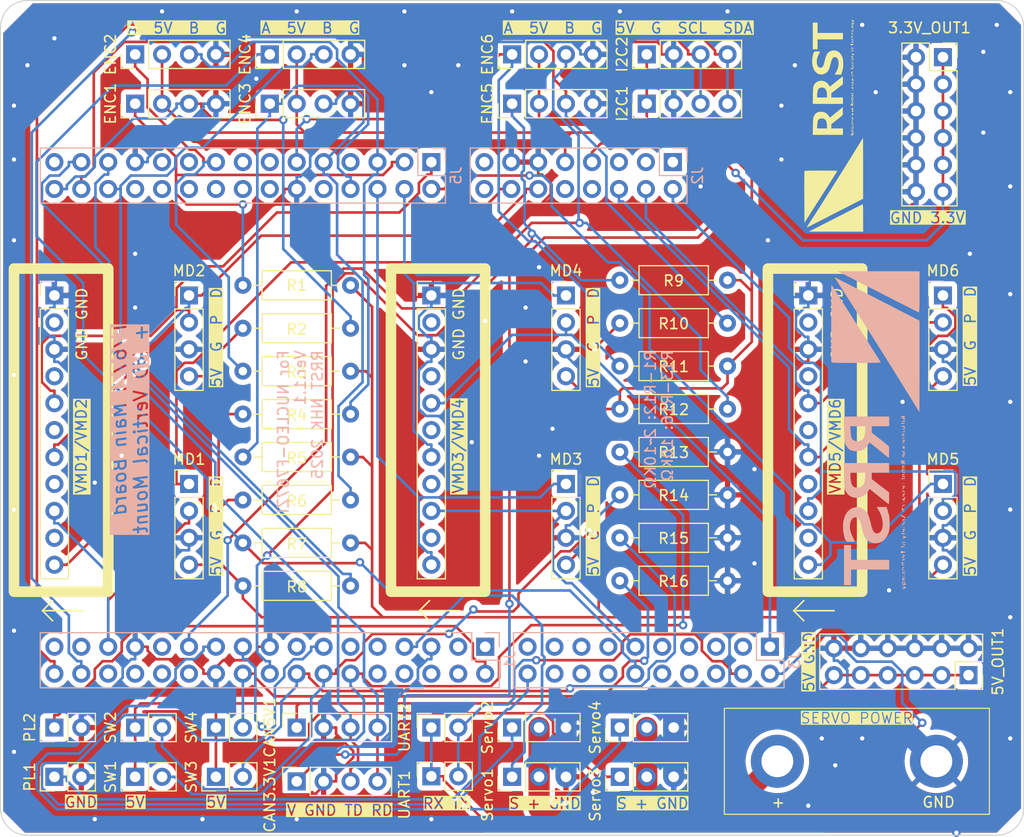
<source format=kicad_pcb>
(kicad_pcb (version 20240108) (generator "pcbnew") (generator_version "8.0")
  (layers (0 "F.Cu" signal) (31 "B.Cu" signal) (34 "B.Paste" user) (35 "F.Paste" user) (36 "B.SilkS" user "B.Silkscreen") (37 "F.SilkS" user "F.Silkscreen") (38 "B.Mask" user) (39 "F.Mask" user) (44 "Edge.Cuts" user))
  (net 0 "")
  (net 1 "GND")
  (net 2 "+3.3V")
  (net 3 "+5V")
  (net 4 "PD_1")
  (net 5 "PD_0")
  (net 6 "PC_0")
  (net 7 "PG_1")
  (net 8 "PF_2")
  (net 9 "PC_3")
  (net 10 "PF_5")
  (net 11 "PD_4")
  (net 12 "PA_6")
  (net 13 "PF_7")
  (net 14 "PF_9")
  (net 15 "PE_8")
  (net 16 "PF_10")
  (net 17 "PD_11")
  (net 18 "PB_11")
  (net 19 "PB_10")
  (net 22 "PE_7")
  (net 23 "PG_14")
  (net 24 "PD_13")
  (net 25 "PB_6")
  (net 26 "PF_13")
  (net 28 "PF_15")
  (net 33 "PD_12")
  (net 38 "PG_9")
  (net 40 "PA_0")
  (net 41 "PB_1")
  (net 46 "PC_8")
  (net 47 "PG_3")
  (net 48 "PD_2")
  (net 50 "PC_11")
  (net 51 "PG_2")
  (net 52 "PC_10")
  (net 53 "VIN")
  (net 54 "PC_12")
  (net 56 "PC_9")
  (net 59 "PB_13")
  (net 60 "PF_12")
  (net 61 "PB_8")
  (net 62 "PC_6")
  (net 64 "PC_7")
  (net 70 "PA_15")
  (net 72 "PB_9")
  (net 74 "PB_15")
  (net 75 "PB_3")
  (net 77 "PD_3")
  (net 79 "PE_3")
  (net 80 "PD_6")
  (net 82 "PE_2")
  (net 85 "PD_7")
  (net 87 "PE_4")
  (net 88 "Net-(Servo1-Pin_2)")
  (net 90 "PF_3")
  (net 91 "PD_5")
  (net 94 "PA_3")
  (footprint "Connector_PinHeader_2.54mm:PinHeader_1x04_P2.54mm_Vertical" (layer "F.Cu") (at 91.44 88.783)
    (property "Reference" "MD2")
    (property "Value" "MD2")
  )
  (footprint "MyLibrary:Power" (layer "F.Cu") (at 154.439 132.725)
    (property "Reference" "SERVO POWER")
    (property "Value" "~")
  )
  (footprint "Connector_PinHeader_2.54mm:PinHeader_1x04_P2.54mm_Vertical" (layer "F.Cu") (at 162.56 106.563)
    (property "Reference" "MD5")
    (property "Value" "MD5")
  )
  (footprint "Connector_PinHeader_2.54mm:PinHeader_1x02_P2.54mm_Vertical" (layer "F.Cu") (at 93.98 129.54 90)
    (property "Reference" "SW4")
    (property "Value" "SW4")
  )
  (footprint "Connector_PinHeader_2.54mm:PinHeader_1x04_P2.54mm_Vertical" (layer "F.Cu") (at 121.92 70.69 90)
    (property "Reference" "ENC5")
    (property "Value" "ENC5")
  )
  (footprint "Connector_PinSocket_2.54mm:PinSocket_2x06_P2.54mm_Vertical" (layer "F.Cu") (at 162.56 66.304)
    (property "Reference" "3.3V_OUT1")
    (property "Value" "3.3V_OUT")
  )
  (footprint "Resistor_THT:R_Axial_DIN0207_L6.3mm_D2.5mm_P10.16mm_Horizontal" (layer "F.Cu") (at 96.52 87.823)
    (property "Reference" "R1")
    (property "Value" "R")
  )
  (footprint "Connector_PinHeader_2.54mm:PinHeader_1x03_P2.54mm_Vertical" (layer "F.Cu") (at 121.92 134.19 90)
    (property "Reference" "Servo1")
    (property "Value" "Servo1")
  )
  (footprint "Resistor_THT:R_Axial_DIN0207_L6.3mm_D2.5mm_P10.16mm_Horizontal" (layer "F.Cu") (at 96.52 104.023)
    (property "Reference" "R5")
    (property "Value" "R")
  )
  (footprint "Connector_PinHeader_2.54mm:PinHeader_1x04_P2.54mm_Vertical" (layer "F.Cu") (at 134.62 66.04 90)
    (property "Reference" "I2C2")
    (property "Value" "I2C")
  )
  (footprint "Connector_PinHeader_2.54mm:PinHeader_1x11_P2.54mm_Vertical" (layer "F.Cu") (at 149.86 88.783)
    (property "Reference" "VMD5/VMD6")
    (property "Value" "VMD5/VMD6")
  )
  (footprint "Connector_PinHeader_2.54mm:PinHeader_1x02_P2.54mm_Vertical" (layer "F.Cu") (at 86.36 129.54 90)
    (property "Reference" "SW2")
    (property "Value" "SW2")
  )
  (footprint "Connector_PinHeader_2.54mm:PinHeader_1x03_P2.54mm_Vertical" (layer "F.Cu") (at 121.92 129.54 90)
    (property "Reference" "Servo2")
    (property "Value" "Servo2")
  )
  (footprint "Resistor_THT:R_Axial_DIN0207_L6.3mm_D2.5mm_P10.16mm_Horizontal" (layer "F.Cu") (at 132.08 107.593)
    (property "Reference" "R14")
    (property "Value" "R")
  )
  (footprint "Resistor_THT:R_Axial_DIN0207_L6.3mm_D2.5mm_P10.16mm_Horizontal" (layer "F.Cu") (at 132.08 99.493)
    (property "Reference" "R12")
    (property "Value" "R")
  )
  (footprint "Connector_PinSocket_2.54mm:PinSocket_1x02_P2.54mm_Vertical" (layer "F.Cu") (at 114.3 134.14 90)
    (property "Reference" "UART1")
    (property "Value" "UART_0")
  )
  (footprint "Connector_PinSocket_2.54mm:PinSocket_2x06_P2.54mm_Vertical" (layer "F.Cu") (at 164.973 124.597 -90)
    (property "Reference" "5V_OUT1")
    (property "Value" "5V_OUT")
  )
  (footprint "Resistor_THT:R_Axial_DIN0207_L6.3mm_D2.5mm_P10.16mm_Horizontal" (layer "F.Cu") (at 132.08 103.543)
    (property "Reference" "R13")
    (property "Value" "R")
  )
  (footprint "Resistor_THT:R_Axial_DIN0207_L6.3mm_D2.5mm_P10.16mm_Horizontal" (layer "F.Cu") (at 96.52 108.073)
    (property "Reference" "R6")
    (property "Value" "R")
  )
  (footprint "Resistor_THT:R_Axial_DIN0207_L6.3mm_D2.5mm_P10.16mm_Horizontal" (layer "F.Cu") (at 132.08 111.643)
    (property "Reference" "R15")
    (property "Value" "R")
  )
  (footprint "Connector_PinSocket_2.54mm:PinSocket_1x04_P2.54mm_Vertical" (layer "F.Cu") (at 101.6 134.62 90)
    (property "Reference" "CAN3.3V1")
    (property "Value" "CAN3.3V")
  )
  (footprint "Connector_PinSocket_2.54mm:PinSocket_1x04_P2.54mm_Vertical" (layer "F.Cu") (at 101.6 129.54 90)
    (property "Reference" "CAN5V1")
    (property "Value" "CAN5V")
  )
  (footprint "Connector_PinHeader_2.54mm:PinHeader_1x11_P2.54mm_Vertical" (layer "F.Cu") (at 114.3 88.783)
    (property "Reference" "VMD3/VMD4")
    (property "Value" "VMD3/VMD4")
  )
  (footprint "Connector_PinHeader_2.54mm:PinHeader_1x04_P2.54mm_Vertical" (layer "F.Cu") (at 86.36 66.04 90)
    (property "Reference" "ENC2")
    (property "Value" "ENC2")
  )
  (footprint "Resistor_THT:R_Axial_DIN0207_L6.3mm_D2.5mm_P10.16mm_Horizontal" (layer "F.Cu") (at 132.08 87.343)
    (property "Reference" "R9")
    (property "Value" "R")
  )
  (footprint "Resistor_THT:R_Axial_DIN0207_L6.3mm_D2.5mm_P10.16mm_Horizontal" (layer "F.Cu") (at 96.52 116.173)
    (property "Reference" "R8")
    (property "Value" "R")
  )
  (footprint "Connector_PinHeader_2.54mm:PinHeader_1x04_P2.54mm_Vertical" (layer "F.Cu") (at 121.92 66.04 90)
    (property "Reference" "ENC6")
    (property "Value" "ENC6")
  )
  (footprint "Resistor_THT:R_Axial_DIN0207_L6.3mm_D2.5mm_P10.16mm_Horizontal" (layer "F.Cu") (at 96.52 99.973)
    (property "Reference" "R4")
    (property "Value" "R")
  )
  (footprint "Connector_PinHeader_2.54mm:PinHeader_1x04_P2.54mm_Vertical" (layer "F.Cu") (at 99.06 70.69 90)
    (property "Reference" "ENC3")
    (property "Value" "ENC3")
  )
  (footprint "Connector_PinHeader_2.54mm:PinHeader_1x04_P2.54mm_Vertical" (layer "F.Cu") (at 127 106.563)
    (property "Reference" "MD3")
    (property "Value" "MD3")
  )
  (footprint "Connector_PinHeader_2.54mm:PinHeader_1x04_P2.54mm_Vertical" (layer "F.Cu") (at 162.56 88.783)
    (property "Reference" "MD6")
    (property "Value" "MD6")
  )
  (footprint "Connector_PinHeader_2.54mm:PinHeader_1x04_P2.54mm_Vertical" (layer "F.Cu") (at 134.62 70.69 90)
    (property "Reference" "I2C1")
    (property "Value" "I2C")
  )
  (footprint "Connector_PinHeader_2.54mm:PinHeader_1x04_P2.54mm_Vertical" (layer "F.Cu") (at 91.44 106.563)
    (property "Reference" "MD1")
    (property "Value" "MD1")
  )
  (footprint "Resistor_THT:R_Axial_DIN0207_L6.3mm_D2.5mm_P10.16mm_Horizontal" (layer "F.Cu") (at 132.08 115.693)
    (property "Reference" "R16")
    (property "Value" "R")
  )
  (footprint "Resistor_THT:R_Axial_DIN0207_L6.3mm_D2.5mm_P10.16mm_Horizontal" (layer "F.Cu") (at 132.08 91.393)
    (property "Reference" "R10")
    (property "Value" "R")
  )
  (footprint "Resistor_THT:R_Axial_DIN0207_L6.3mm_D2.5mm_P10.16mm_Horizontal" (layer "F.Cu") (at 96.52 95.923)
    (property "Reference" "R3")
    (property "Value" "R")
  )
  (footprint "Connector_PinHeader_2.54mm:PinHeader_1x02_P2.54mm_Vertical" (layer "F.Cu") (at 93.98 134.19 90)
    (property "Reference" "SW3")
    (property "Value" "SW3")
  )
  (footprint "LOGO" (layer "F.Cu") (at 152.273 72.781 90)
    (property "Reference" "G***" (hide yes))
    (property "Value" "LOGO" (hide yes))
  )
  (footprint "Connector_PinHeader_2.54mm:PinHeader_1x04_P2.54mm_Vertical" (layer "F.Cu") (at 86.36 70.69 90)
    (property "Reference" "ENC1")
    (property "Value" "ENC1")
  )
  (footprint "Connector_PinHeader_2.54mm:PinHeader_1x03_P2.54mm_Vertical" (layer "F.Cu") (at 132.08 129.54 90)
    (property "Reference" "Servo4")
    (property "Value" "Servo4")
  )
  (footprint "Connector_PinHeader_2.54mm:PinHeader_1x03_P2.54mm_Vertical" (layer "F.Cu") (at 132.08 134.19 90)
    (property "Reference" "Servo3")
    (property "Value" "Servo3")
  )
  (footprint "Connector_PinHeader_2.54mm:PinHeader_1x02_P2.54mm_Vertical" (layer "F.Cu") (at 78.74 134.19 90)
    (property "Reference" "PL1")
    (property "Value" "PL1")
  )
  (footprint "Connector_PinHeader_2.54mm:PinHeader_1x02_P2.54mm_Vertical" (layer "F.Cu") (at 86.36 134.19 90)
    (property "Reference" "SW1")
    (property "Value" "SW1")
  )
  (footprint "Resistor_THT:R_Axial_DIN0207_L6.3mm_D2.5mm_P10.16mm_Horizontal" (layer "F.Cu") (at 96.52 91.873)
    (property "Reference" "R2")
    (property "Value" "R")
  )
  (footprint "Connector_PinHeader_2.54mm:PinHeader_1x11_P2.54mm_Vertical" (layer "F.Cu") (at 78.74 88.783)
    (property "Reference" "VMD1/VMD2")
    (property "Value" "VMD1/VMD2")
  )
  (footprint "Connector_PinHeader_2.54mm:PinHeader_1x02_P2.54mm_Vertical" (layer "F.Cu") (at 78.74 129.54 90)
    (property "Reference" "PL2")
    (property "Value" "PL2")
  )
  (footprint "Connector_PinSocket_2.54mm:PinSocket_1x02_P2.54mm_Vertical" (layer "F.Cu") (at 114.3 129.54 90)
    (property "Reference" "UART2")
    (property "Value" "UART_1")
  )
  (footprint "Connector_PinHeader_2.54mm:PinHeader_1x04_P2.54mm_Vertical" (layer "F.Cu") (at 99.06 66.04 90)
    (property "Reference" "ENC4")
    (property "Value" "ENC4")
  )
  (footprint "Resistor_THT:R_Axial_DIN0207_L6.3mm_D2.5mm_P10.16mm_Horizontal" (layer "F.Cu") (at 96.52 112.123)
    (property "Reference" "R7")
    (property "Value" "R")
  )
  (footprint "Connector_PinHeader_2.54mm:PinHeader_1x04_P2.54mm_Vertical" (layer "F.Cu") (at 127 88.783)
    (property "Reference" "MD4")
    (property "Value" "MD4")
  )
  (footprint "Resistor_THT:R_Axial_DIN0207_L6.3mm_D2.5mm_P10.16mm_Horizontal" (layer "F.Cu") (at 132.08 95.443)
    (property "Reference" "R11")
    (property "Value" "R")
  )
  (footprint "LOGO" (layer "B.Cu") (at 156.21 101.483 -90)
    (property "Reference" "G***1" (hide yes))
    (property "Value" "LOGO" (hide yes))
  )
  (footprint "Connector_PinHeader_2.54mm:PinHeader_2x10_P2.54mm_Vertical" (layer "B.Cu") (at 146.24 125.3 90)
    (property "Reference" "J3")
    (property "Value" "Conn_02x10_Odd_Even")
  )
  (footprint "Connector_PinHeader_2.54mm:PinHeader_2x17_P2.54mm_Vertical" (layer "B.Cu") (at 119.38 125.3 90)
    (property "Reference" "J1")
    (property "Value" "Conn_02x17_Odd_Even")
  )
  (footprint "Connector_PinHeader_2.54mm:PinHeader_2x08_P2.54mm_Vertical" (layer "B.Cu") (at 137.08 79.58 90)
    (property "Reference" "J2")
    (property "Value" "Conn_02x08_Odd_Even")
  )
  (footprint "Connector_PinHeader_2.54mm:PinHeader_2x15_P2.54mm_Vertical" (layer "B.Cu") (at 114.3 79.58 90)
    (property "Reference" "J5")
    (property "Value" "Conn_02x15_Odd_Even")
  )
  (gr_rect (start 74.93 86.243) (end 83.82 116.723) (stroke (width 1)) (fill none) (layer "F.SilkS"))
  (gr_rect (start 110.49 86.243) (end 119.38 116.723) (stroke (width 1)) (fill none) (layer "F.SilkS"))
  (gr_rect (start 146.05 86.243) (end 154.94 116.723) (stroke (width 1)) (fill none) (layer "F.SilkS"))
  (gr_arc (start 76.2 139.7) (mid 74.403949 138.956051) (end 73.66 137.16) (stroke (width 0.1)) (layer "Edge.Cuts"))
  (gr_line (start 73.66 137.16) (end 73.66 63.5) (stroke (width 0.1)) (layer "Edge.Cuts"))
  (gr_line (start 167.64 60.96) (end 76.2 60.96) (stroke (width 0.1)) (layer "Edge.Cuts"))
  (gr_arc (start 167.64 60.96) (mid 169.436051 61.703949) (end 170.18 63.5) (stroke (width 0.1)) (layer "Edge.Cuts"))
  (gr_arc (start 73.66 63.5) (mid 74.403949 61.703949) (end 76.2 60.96) (stroke (width 0.1)) (layer "Edge.Cuts"))
  (gr_line (start 170.18 63.5) (end 170.18 137.16) (stroke (width 0.1)) (layer "Edge.Cuts"))
  (gr_arc (start 170.18 137.16) (mid 169.436051 138.956051) (end 167.64 139.7) (stroke (width 0.1)) (layer "Edge.Cuts"))
  (gr_line (start 167.64 139.7) (end 76.2 139.7) (stroke (width 0.1)) (layer "Edge.Cuts"))
  (gr_text "R1-R12: 2~10KΩ\nR13-R16: 10KΩ" (at 137.16 93.863 90) (layer "B.SilkS") (effects (font (size 1 1)) (justify left bottom mirror)))
  (gr_text "For NUCLEO-F767ZI \nVer.1.1\nRRST NHK 2025" (at 104.14 93.863 90) (layer "B.SilkS") (effects (font (size 1 1)) (justify left bottom mirror)))
  (gr_text "F767ZI Main Board\n+ MD Vertical Mount" (at 87.63 91.323 90) (layer "B.SilkS" knockout) (effects (font (size 1.25 1.25) (thickness 0.2) (bold yes) (italic yes)) (justify left bottom mirror)))
  (gr_text "A  5V  B  G" (at 85.598 64.145 0) (layer "F.SilkS" knockout) (effects (font (size 1 1)) (justify left bottom)))
  (gr_text "+" (at 146.304 137.17 0) (layer "F.SilkS") (effects (font (size 1 1)) (justify left bottom)))
  (gr_text "5V" (at 85.344 137.17 0) (layer "F.SilkS" knockout) (effects (font (size 1 1)) (justify left bottom)))
  (gr_text "GND" (at 160.528 137.17 0) (layer "F.SilkS") (effects (font (size 1 1)) (justify left bottom)))
  (gr_text "GND" (at 79.629 137.17 0) (layer "F.SilkS" knockout) (effects (font (size 1 1)) (justify left bottom)))
  (gr_text "5V  G  P  D" (at 130.175 97.546 90) (layer "F.SilkS" knockout) (effects (font (size 1 1)) (justify left bottom)))
  (gr_text "RX TX" (at 113.411 137.297 0) (layer "F.SilkS" knockout) (effects (font (size 1 1)) (justify left bottom)))
  (gr_text "GND 3.3V" (at 157.47 82.052 0) (layer "F.SilkS" knockout) (effects (font (size 1 1)) (justify left bottom)))
  (gr_text "A  5V  B  G" (at 98.171 64.145 0) (layer "F.SilkS" knockout) (effects (font (size 1 1)) (justify left bottom)))
  (gr_text "5V  G  P  D" (at 94.615 115.326 90) (layer "F.SilkS" knockout) (effects (font (size 1 1)) (justify left bottom)))
  (gr_text "GND GND\n" (at 153.162 95.006 90) (layer "F.SilkS") (effects (font (size 1 1)) (justify left bottom)))
  (gr_text "GND GND\n" (at 81.915 95.006 90) (layer "F.SilkS") (effects (font (size 1 1)) (justify left bottom)))
  (gr_text "S + GND" (at 131.699 137.297 0) (layer "F.SilkS" knockout) (effects (font (size 1 1)) (justify left bottom)))
  (gr_text "A  5V  B  G" (at 121.031 64.145 0) (layer "F.SilkS" knockout) (effects (font (size 1 1)) (justify left bottom)))
  (gr_text "GND GND\n" (at 117.475 95.006 90) (layer "F.SilkS") (effects (font (size 1 1)) (justify left bottom)))
  (gr_text "5V  G  P  D" (at 94.615 97.546 90) (layer "F.SilkS" knockout) (effects (font (size 1 1)) (justify left bottom)))
  (gr_text "5V  G  P  D" (at 165.735 97.419 90) (layer "F.SilkS" knockout) (effects (font (size 1 1)) (justify left bottom)))
  (gr_text "V GND TD RD" (at 100.584 137.932 0) (layer "F.SilkS" knockout) (effects (font (size 1 1)) (justify left bottom)))
  (gr_text "5V  G  SCL  SDA" (at 131.572 64.145 0) (layer "F.SilkS" knockout) (effects (font (size 1 1)) (justify left bottom)))
  (gr_text "S + GND" (at 121.539 137.297 0) (layer "F.SilkS" knockout) (effects (font (size 1 1)) (justify left bottom)))
  (gr_text "←" (at 76.327 121.041 0) (layer "F.SilkS") (effects (font (size 5 5)) (justify left bottom)))
  (gr_text "5V  G  P  D" (at 130.175 115.326 90) (layer "F.SilkS" knockout) (effects (font (size 1 1)) (justify left bottom)))
  (gr_text "5V" (at 92.964 137.17 0) (layer "F.SilkS" knockout) (effects (font (size 1 1)) (justify left bottom)))
  (gr_text "5V GND" (at 150.505 126.248 90) (layer "F.SilkS" knockout) (effects (font (size 1 1)) (justify left bottom)))
  (gr_text "5V  G  P  D" (at 165.735 115.326 90) (layer "F.SilkS" knockout) (effects (font (size 1 1)) (justify left bottom)))
  (gr_text "←" (at 111.887 121.041 0) (layer "F.SilkS") (effects (font (size 5 5)) (justify left bottom)))
  (gr_text "←" (at 147.193 121.041 0) (layer "F.SilkS") (effects (font (size 5 5)) (justify left bottom)))
  (segment (start 84.1214 135.8563) (end 82.4551 134.19) (width 0.25) (layer "F.Cu") (net 1))
  (segment (start 88.3429 123.0951) (end 91.8052 123.0951) (width 0.25) (layer "F.Cu") (net 1))
  (segment (start 85.1401 83.558) (end 79.9151 88.783) (width 0.25) (layer "F.Cu") (net 1))
  (segment (start 104.7276 134.62) (end 104.5467 134.62) (width 0.25) (layer "F.Cu") (net 1))
  (segment (start 157.353 122.057) (end 159.893 122.057) (width 0.25) (layer "F.Cu") (net 1))
  (segment (start 93.3925 124.46) (end 94.6625 123.19) (width 0.25) (layer "F.Cu") (net 1))
  (segment (start 95.9741 83.558) (end 85.1401 83.558) (width 0.25) (layer "F.Cu") (net 1))
  (segment (start 79.9151 93.863) (end 91.44 93.863) (width 0.25) (layer "F.Cu") (net 1))
  (segment (start 106.68 66.04) (end 107.8551 66.04) (width 0.25) (layer "F.Cu") (net 1))
  (segment (start 97.8849 122.2852) (end 97.8849 121.92) (width 0.25) (layer "F.Cu") (net 1))
  (segment (start 105.3151 133.9861) (end 105.3151 134.62) (width 0.25) (layer "F.Cu") (net 1))
  (segment (start 152.273 122.057) (end 154.813 122.057) (width 0.25) (layer "F.Cu") (net 1))
  (segment (start 106.68 70.69) (end 106.68 69.5149) (width 0.25) (layer "F.Cu") (net 1))
  (segment (start 154.813 122.057) (end 157.353 122.057) (width 0.25) (layer "F.Cu") (net 1))
  (segment (start 96.9801 123.19) (end 97.8849 122.2852) (width 0.25) (layer "F.Cu") (net 1))
  (segment (start 160.02 79.004) (end 160.02 80.1791) (width 0.25) (layer "F.Cu") (net 1))
  (segment (start 129.54 66.04) (end 130.7151 66.04) (width 0.25) (layer "F.Cu") (net 1))
  (segment (start 137.16 66.04) (end 135.9849 66.04) (width 0.25) (layer "F.Cu") (net 1))
  (segment (start 114.8876 88.783) (end 114.3 88.783) (width 0.25) (layer "F.Cu") (net 1))
  (segment (start 124.38 76.2) (end 124.38 77.3751) (width 0.25) (layer "F.Cu") (net 1))
  (segment (start 104.7276 134.62) (end 105.3151 134.62) (width 0.25) (layer "F.Cu") (net 1))
  (segment (start 78.74 93.863) (end 79.9151 93.863) (width 0.25) (layer "F.Cu") (net 1))
  (segment (start 124.38 77.3751) (end 124.7452 77.3751) (width 0.25) (layer "F.Cu") (net 1))
  (segment (start 99.06 121.92) (end 97.8849 121.92) (width 0.25) (layer "F.Cu") (net 1))
  (segment (start 86.36 121.92) (end 87.5351 121.92) (width 0.25) (layer "F.Cu") (net 1))
  (segment (start 100.4249 78.74) (end 100.4249 79.1072) (width 0.25) (layer "F.Cu") (net 1))
  (segment (start 125.5612 79.2448) (end 116.023 88.783) (width 0.25) (layer "F.Cu") (net 1))
  (segment (start 93.98 70.69) (end 93.98 66.04) (width 0.25) (layer "F.Cu") (net 1))
  (segment (start 151.0351 88.783) (end 159.639 80.1791) (width 0.25) (layer "F.Cu") (net 1))
  (segment (start 107.8551 66.04) (end 107.8551 68.3398) (width 0.25) (layer "F.Cu") (net 1))
  (segment (start 93.3925 124.46) (end 92.8049 124.46) (width 0.25) (layer "F.Cu") (net 1))
  (segment (start 100.4249 79.1072) (end 95.9741 83.558) (width 0.25) (layer "F.Cu") (net 1))
  (segment (start 81.28 129.54) (end 81.28 134.19) (width 0.25) (layer "F.Cu") (net 1))
  (segment (start 121.84 76.2) (end 124.38 76.2) (width 0.25) (layer "F.Cu") (net 1))
  (segment (start 135.9849 66.04) (end 135.9849 65.2321) (width 0.25) (layer "F.Cu") (net 1))
  (segment (start 149.86 95.0381) (end 149.4928 95.0381) (width 0.25) (layer "F.Cu") (net 1))
  (segment (start 135.6176 64.8648) (end 131.8903 64.8648) (width 0.25) (layer "F.Cu") (net 1))
  (segment (start 114.8876 88.783) (end 115.4751 88.783) (width 0.25) (layer "F.Cu") (net 1))
  (segment (start 101.6 78.74) (end 100.4249 78.74) (width 0.25) (layer "F.Cu") (net 1))
  (segment (start 92.8049 124.0948) (end 92.8049 124.46) (width 0.25) (layer "F.Cu") (net 1))
  (segment (start 87.5351 122.2873) (end 88.3429 123.0951) (width 0.25) (layer "F.Cu") (net 1))
  (segment (start 106.9362 132.365) (end 105.3151 133.9861) (width 0.25) (layer "F.Cu") (net 1))
  (segment (start 149.86 88.783) (end 151.0351 88.783) (width 0.25) (layer "F.Cu") (net 1))
  (segment (start 149.4928 95.0381) (end 142.24 102.2909) (width 0.25) (layer "F.Cu") (net 1))
  (segment (start 94.6625 123.19) (end 96.9801 123.19) (width 0.25) (layer "F.Cu") (net 1))
  (segment (start 105.3151 130.1401) (end 106.9362 131.7612) (width 0.25) (layer "F.Cu") (net 1))
  (segment (start 78.74 88.783) (end 79.9151 88.783) (width 0.25) (layer "F.Cu") (net 1))
  (segment (start 105.3151 129.54) (end 105.3151 130.1401) (width 0.25) (layer "F.Cu") (net 1))
  (segment (start 87.5351 121.92) (end 87.5351 122.2873) (width 0.25) (layer "F.Cu") (net 1))
  (segment (start 107.8551 68.3398) (end 106.68 69.5149) (width 0.25) (layer "F.Cu") (net 1))
  (segment (start 104.14 134.62) (end 104.5467 134.62) (width 0.25) (layer "F.Cu") (net 1))
  (segment (start 142.24 103.543) (end 142.24 107.593) (width 0.25) (layer "F.Cu") (net 1))
  (segment (start 159.639 80.1791) (end 160.02 80.1791) (width 0.25) (layer "F.Cu") (net 1))
  (segment (start 131.8903 64.8648) (end 130.7151 66.04) (width 0.25) (layer "F.Cu") (net 1))
  (segment (start 104.5467 134.62) (end 103.3104 135.8563) (width 0.25) (layer "F.Cu") (net 1))
  (segment (start 124.7452 77.3751) (end 125.5612 78.1911) (width 0.25) (layer "F.Cu") (net 1))
  (segment (start 104.14 129.54) (end 105.3151 129.54) (width 0.25) (layer "F.Cu") (net 1))
  (segment (start 159.893 122.057) (end 162.433 122.057) (width 0.25) (layer "F.Cu") (net 1))
  (segment (start 162.433 122.057) (end 164.973 122.057) (width 0.25) (layer "F.Cu") (net 1))
  (segment (start 149.86 93.863) (end 149.86 95.0381) (width 0.25) (layer "F.Cu") (net 1))
  (segment (start 91.8052 123.0951) (end 92.8049 124.0948) (width 0.25) (layer "F.Cu") (net 1))
  (segment (start 142.24 102.2909) (end 142.24 103.543) (width 0.25) (layer "F.Cu") (net 1))
  (segment (start 106.9362 131.7612) (end 106.9362 132.365) (width 0.25) (layer "F.Cu") (net 1))
  (segment (start 81.28 134.19) (end 82.4551 134.19) (width 0.25) (layer "F.Cu") (net 1))
  (segment (start 116.023 88.783) (end 115.4751 88.783) (width 0.25) (layer "F.Cu") (net 1))
  (segment (start 93.98 124.46) (end 93.3925 124.46) (width 0.25) (layer "F.Cu") (net 1))
  (segment (start 125.5612 78.1911) (end 125.5612 79.2448) (width 0.25) (layer "F.Cu") (net 1))
  (segment (start 135.9849 65.2321) (end 135.6176 64.8648) (width 0.25) (layer "F.Cu") (net 1))
  (segment (start 103.3104 135.8563) (end 84.1214 135.8563) (width 0.25) (layer "F.Cu") (net 1))
  (via (at 124.46 86.116) (size 0.8) (drill 0.4) (layers "F.Cu" "B.Cu") (net 1))
  (via (at 74.93 70.876) (size 0.8) (drill 0.4) (layers "F.Cu" "B.Cu") (net 1))
  (via (at 147.32 75.956) (size 0.8) (drill 0.4) (layers "F.Cu" "B.Cu") (net 1))
  (via (at 123.19 89.926) (size 0.8) (drill 0.4) (layers "F.Cu" "B.Cu") (net 1))
  (via (at 168.91 108.976) (size 0.8) (drill 0.4) (layers "F.Cu" "B.Cu") (net 1))
  (via (at 92.71 138.186) (size 0.8) (drill 0.4) (layers "F.Cu" "B.Cu") (net 1))
  (via (at 82.55 138.186) (size 0.8) (drill 0.4) (layers "F.Cu" "B.Cu") (net 1))
  (via (at 157.48 116.596) (size 0.8) (drill 0.4) (layers "F.Cu" "B.Cu") (net 1))
  (via (at 116.84 67.066) (size 0.8) (drill 0.4) (layers "F.Cu" "B.Cu") (net 1))
  (via (at 142.24 61.986) (size 0.8) (drill 0.4) (layers "F.Cu" "B.Cu") (net 1))
  (via (at 74.93 108.976) (size 0.8) (drill 0.4) (layers "F.Cu" "B.Cu") (net 1))
  (via (at 118.11 102.626) (size 0.8) (drill 0.4) (layers "F.Cu" "B.Cu") (net 1))
  (via (at 163.83 139.456) (size 0.8) (drill 0.4) (layers "F.Cu" "B.Cu") (net 1))
  (via (at 74.93 75.956) (size 0.8) (drill 0.4) (layers "F.Cu" "B.Cu") (net 1))
  (via (at 147.32 70.876) (size 0.8) (drill 0.4) (layers "F.Cu" "B.Cu") (net 1))
  (via (at 156.21 69.606) (size 0.8) (drill 0.4) (layers "F.Cu" "B.Cu") (net 1))
  (via (at 166.37 73.416) (size 0.8) (drill 0.4) (layers "F.Cu" "B.Cu") (net 1))
  (via (at 168.91 69.606) (size 0.8) (drill 0.4) (layers "F.Cu" "B.Cu") (net 1))
  (via (at 123.19 95.006) (size 0.8) (drill 0.4) (layers "F.Cu" "B.Cu") (net 1))
  (via (at 74.93 83.576) (size 0.8) (drill 0.4) (layers "F.Cu" "B.Cu") (net 1))
  (via (at 168.91 119.136) (size 0.8) (drill 0.4) (layers "F.Cu" "B.Cu") (net 1))
  (via (at 101.6 138.186) (size 0.8) (drill 0.4) (layers "F.Cu" "B.Cu") (net 1))
  (via (at 158.75 98.816) (size 0.8) (drill 0.4) (layers "F.Cu" "B.Cu") (net 1))
  (via (at 154.94 63.256) (size 0.8) (drill 0.4) (layers "F.Cu" "B.Cu") (net 1))
  (via (at 74.93 120.406) (size 0.8) (drill 0.4) (layers "F.Cu" "B.Cu") (net 1))
  (via (at 97.79 68.336) (size 0.8) (drill 0.4) (layers "F.Cu" "B.Cu") (net 1))
  (via (at 74.93 131.836) (size 0.8) (drill 0.4) (layers "F.Cu" "B.Cu") (net 1))
  (via (at 168.91 98.816) (size 0.8) (drill 0.4) (layers "F.Cu" "B.Cu") (net 1))
  (via (at 166.37 65.796) (size 0.8) (drill 0.4) (layers "F.Cu" "B.Cu") (net 1))
  (via (at 149.86 136.916) (size 0.8) (drill 0.4) (layers "F.Cu" "B.Cu") (net 1))
  (via (at 168.91 88.656) (size 0.8) (drill 0.4) (layers "F.Cu" "B.Cu") (net 1))
  (via (at 154.94 130.566) (size 0.8) (drill 0.4) (layers "F.Cu" "B.Cu") (net 1))
  (via (at 168.91 78.496) (size 0.8) (drill 0.4) (layers "F.Cu" "B.Cu") (net 1))
  (via (at 144.78 105.166) (size 0.8) (drill 0.4) (layers "F.Cu" "B.Cu") (net 1))
  (via (at 78.74 64.526) (size 0.8) (drill 0.4) (layers "F.Cu" "B.Cu") (net 1))
  (via (at 88.9 61.986) (size 0.8) (drill 0.4) (layers "F.Cu" "B.Cu") (net 1))
  (via (at 82.55 106.436) (size 0.8) (drill 0.4) (layers "F.Cu" "B.Cu") (net 1))
  (via (at 114.3 69.606) (size 0.8) (drill 0.4) (layers "F.Cu" "B.Cu") (net 1))
  (via (at 129.54 135.646) (size 0.8) (drill 0.4) (layers "F.Cu" "B.Cu") (net 1))
  (via (at 165.1 84.846) (size 0.8) (drill 0.4) (layers "F.Cu" "B.Cu") (net 1))
  (via (at 167.64 63.256) (size 0.8) (drill 0.4) (layers "F.Cu" "B.Cu") (net 1))
  (via (at 125.73 101.356) (size 0.8) (drill 0.4) (layers "F.Cu" "B.Cu") (net 1))
  (via (at 86.36 89.926) (size 0.8) (drill 0.4) (layers "F.Cu" "B.Cu") (net 1))
  (via (at 76.2 67.066) (size 0.8) (drill 0.4) (layers "F.Cu" "B.Cu") (net 1))
  (via (at 86.36 84.846) (size 0.8) (drill 0.4) (layers "F.Cu" "B.Cu") (net 1))
  (via (at 139.7 78.496) (size 0.8) (drill 0.4) (layers "F.Cu" "B.Cu") (net 1))
  (via (at 114.3 138.186) (size 0.8) (drill 0.4) (layers "F.Cu" "B.Cu") (net 1))
  (via (at 132.08 61.986) (size 0.8) (drill 0.4) (layers "F.Cu" "B.Cu") (net 1))
  (via (at 121.92 61.986) (size 0.8) (drill 0.4) (layers "F.Cu" "B.Cu") (net 1))
  (via (at 119.38 91.196) (size 0.8) (drill 0.4) (layers "F.Cu" "B.Cu") (net 1))
  (via (at 146.05 83.576) (size 0.8) (drill 0.4) (layers "F.Cu" "B.Cu") (net 1))
  (via (at 101.6 61.986) (size 0.8) (drill 0.4) (layers "F.Cu" "B.Cu") (net 1))
  (via (at 85.09 103.896) (size 0.8) (drill 0.4) (layers "F.Cu" "B.Cu") (net 1))
  (via (at 124.46 103.896) (size 0.8) (drill 0.4) (layers "F.Cu" "B.Cu") (net 1))
  (via (at 144.78 114.056) (size 0.8) (drill 0.4) (layers "F.Cu" "B.Cu") (net 1))
  (via (at 168.91 130.566) (size 0.8) (drill 0.4) (layers "F.Cu" "B.Cu") (net 1))
  (via (at 74.93 96.276) (size 0.8) (drill 0.4) (layers "F.Cu" "B.Cu") (net 1))
  (via (at 111.76 67.066) (size 0.8) (drill 0.4) (layers "F.Cu" "B.Cu") (net 1))
  (via (at 111.76 61.986) (size 0.8) (drill 0.4) (layers "F.Cu" "B.Cu") (net 1))
  (via (at 152.4 133.106) (size 0.8) (drill 0.4) (layers "F.Cu" "B.Cu") (net 1))
  (via (at 148.59 67.066) (size 0.8) (drill 0.4) (layers "F.Cu" "B.Cu") (net 1))
  (via (at 151.13 130.566) (size 0.8) (drill 0.4) (layers "F.Cu" "B.Cu") (net 1))
  (segment (start 160.02 71.384) (end 160.02 68.844) (width 0.25) (layer "B.Cu") (net 1))
  (segment (start 128.524 127.01) (end 137.668 127.01) (width 2) (layer "B.Cu") (net 1))
  (segment (start 89.3868 105.3197) (end 79.1052 95.0381) (width 0.25) (layer "B.Cu") (net 1))
  (segment (start 149.86 93.863) (end 149.86 92.6879) (width 0.25) (layer "B.Cu") (net 1))
  (segment (start 142.24 115.693) (end 142.24 111.643) (width 0.25) (layer "B.Cu") (net 1))
  (segment (start 110.421 127.4358) (end 111.8998 125.957) (width 0.25) (layer "B.Cu") (net 1))
  (segment (start 78.74 88.783) (end 78.74 89.9581) (width 0.25) (layer "B.Cu") (net 1))
  (segment (start 149.86 88.783) (end 149.86 89.9581) (width 0.25) (layer "B.Cu") (net 1))
  (segment (start 137.16 127.518) (end 137.668 127.01) (width 2) (layer "B.Cu") (net 1))
  (segment (start 160.02 73.924) (end 160.02 71.384) (width 0.25) (layer "B.Cu") (net 1))
  (segment (start 114.3 121.92) (end 114.3 123.0951) (width 0.25) (layer "B.Cu") (net 1))
  (segment (start 81.28 128.3649) (end 81.6471 128.3649) (width 0.25) (layer "B.Cu") (net 1))
  (segment (start 127 93.863) (end 126.4125 93.863) (width 0.25) (layer "B.Cu") (net 1))
  (segment (start 123.2644 64.8649) (end 106.68 64.8649) (width 0.25) (layer "B.Cu") (net 1))
  (segment (start 114.3 93.863) (end 114.3 95.0381) (width 0.25) (layer "B.Cu") (net 1))
  (segment (start 88.8352 75.0249) (end 92.8049 71.0552) (width 0.25) (layer "B.Cu") (net 1))
  (segment (start 93.98 66.04) (end 95.1551 66.04) (width 0.25) (layer "B.Cu") (net 1))
  (segment (start 101.6 77.5649) (end 101.9652 77.5649) (width 0.25) (layer "B.Cu") (net 1))
  (segment (start 137.16 70.69) (end 137.16 66.04) (width 0.25) (layer "B.Cu") (net 1))
  (segment (start 128.3649 66.04) (end 128.3649 65.6727) (width 0.25) (layer "B.Cu") (net 1))
  (segment (start 137.668 127.01) (end 142.43 127.01) (width 2) (layer "B.Cu") (net 1))
  (segment (start 141.1149 107.593) (end 135.8903 102.3684) (width 0.25) (layer "B.Cu") (net 1))
  (segment (start 113.7984 100.1491) (end 119.5388 100.1491) (width 0.25) (layer "B.Cu") (net 1))
  (segment (start 137.16 129.54) (end 137.16 127.518) (width 2) (layer "B.Cu") (net 1))
  (segment (start 164.973 122.057) (end 164.973 114.8659) (width 0.25) (layer "B.Cu") (net 1))
  (segment (start 127.5571 64.8649) (end 123.2644 64.8649) (width 0.25) (layer "B.Cu") (net 1))
  (segment (start 164.2125 109.1806) (end 162.9252 110.4679) (width 0.25) (layer "B.Cu") (net 1))
  (segment (start 78.74 93.863) (end 78.74 92.6879) (width 0.25) (layer "B.Cu") (net 1))
  (segment (start 104.14 133.0804) (end 105.8837 131.3367) (width 0.25) (layer "B.Cu") (net 1))
  (segment (start 162.56 95.0381) (end 162.9272 95.0381) (width 0.25) (layer "B.Cu") (net 1))
  (segment (start 142.43 127.01) (end 142.43 117.0081) (width 0.25) (layer "B.Cu") (net 1))
  (segment (start 162.9272 95.0381) (end 164.2125 96.3234) (width 0.25) (layer "B.Cu") (net 1))
  (segment (start 160.02 68.844) (end 160.02 66.304) (width 0.25) (layer "B.Cu") (net 1))
  (segment (start 164.2125 96.3234) (end 164.2125 109.1806) (width 0.25) (layer "B.Cu") (net 1))
  (segment (start 113.9347 92.6879) (end 114.3 92.6879) (width 0.25) (layer "B.Cu") (net 1))
  (segment (start 142.24 111.643) (end 142.24 107.593) (width 0.25) (layer "B.Cu") (net 1))
  (segment (start 111.8998 125.957) (end 112.0412 125.957) (width 0.25) (layer "B.Cu") (net 1))
  (segment (start 114.3 95.0381) (end 113.9328 95.0381) (width 0.25) (layer "B.Cu") (net 1))
  (segment (start 102.87 76.6601) (end 102.87 75.6751) (width 0.25) (layer "B.Cu") (net 1))
  (segment (start 113.9328 89.9581) (end 113.1105 90.7804) (width 0.25) (layer "B.Cu") (net 1))
  (segment (start 128.1942 109.6389) (end 127.3652 110.4679) (width 0.25) (layer "B.Cu") (net 1))
  (segment (start 127 111.643) (end 127 110.4679) (width 0.25) (layer "B.Cu") (net 1))
  (segment (start 93.98 70.69) (end 92.8049 70.69) (width 0.25) (layer "B.Cu") (net 1))
  (segment (start 81.28 129.54) (end 81.28 128.3649) (width 0.25) (layer "B.Cu") (net 1))
  (segment (start 129.54 66.04) (end 128.3649 66.04) (width 0.25) (layer "B.Cu") (net 1))
  (segment (start 106.68 70.69) (end 106.68 71.8651) (width 0.25) (layer "B.Cu") (net 1))
  (segment (start 86.36 122.1579) (end 86.36 123.0951) (width 0.25) (layer "B.Cu") (net 1))
  (segment (start 105.8837 131.3367) (end 109.0917 131.3367) (width 0.25) (layer "B.Cu") (net 1))
  (segment (start 142.43 117.0081) (end 142.24 116.8181) (width 0.25) (layer "B.Cu") (net 1))
  (segment (start 114.3 88.783) (end 114.3 89.9581) (width 0.25) (layer "B.Cu") (net 1))
  (segment (start 113.03 124.9682) (end 113.03 123.9998) (width 0.25) (layer "B.Cu") (net 1))
  (segment (start 114.3 93.863) (end 114.3 92.6879) (width 0.25) (layer "B.Cu") (net 1))
  (segment (start 86.36 121.92) (end 86.36 115.8449) (width 0.25) (layer "B.Cu") (net 1))
  (segment (start 79.1052 95.0381) (end 78.74 95.0381) (width 0.25) (layer "B.Cu") (net 1))
  (segment (start 78.3728 92.6879) (end 77.5649 91.88) (width 0.25) (layer "B.Cu") (net 1))
  (segment (start 113.1105 95.8604) (end 113.1105 99.4612) (width 0.25) (layer "B.Cu") (net 1))
  (segment (start 162.9252 110.4679) (end 162.56 110.4679) (width 0.25) (layer "B.Cu") (net 1))
  (segment (start 162.56 111.643) (end 162.56 110.4679) (width 0.25) (layer "B.Cu") (net 1))
  (segment (start 160.02 76.464) (end 160.02 73.924) (width 0.25) (layer "B.Cu") (net 1))
  (segment (start 86.36 76.2) (end 87.5351 76.2) (width 0.25) (layer "B.Cu") (net 1))
  (segment (start 104.14 134.62) (end 104.14 133.0804) (width 0.25) (layer "B.Cu") (net 1))
  (segment (start 89.3868 112.8181) (end 91.44 112.8181) (width 0.25) (layer "B.Cu") (net 1))
  (segment (start 85.9927 123.0951) (end 86.36 123.0951) (width 0.25) (layer "B.Cu") (net 1))
  (segment (start 123.2644 64.8649) (end 123.2644 71.5843) (width 0.25) (layer "B.Cu") (net 1))
  (segment (start 113.9347 123.0951) (end 114.3 123.0951) (width 0.25) (layer "B.Cu") (net 1))
  (segment (start 113.9328 95.0381) (end 113.1105 95.8604) (width 0.25) (layer "B.Cu") (net 1))
  (segment (start 112.0412 125.957) (end 113.03 124.9682) (width 0.25) (layer "B.Cu") (net 1))
  (segment (start 148.6849 91.8236) (end 148.6849 90.7659) (width 0.25) (layer "B.Cu") (net 1))
  (segment (start 127 128.534) (end 128.524 127.01) (width 2) (layer "B.Cu") (net 1))
  (segment (start 128.1942 95.6447) (end 128.1942 102.3684) (width 0.25) (layer "B.Cu") (net 1))
  (segment (start 78.74 92.6879) (end 78.3728 92.6879) (width 0.25) (layer "B.Cu") (net 1))
  (segment (start 152.6382 123.2321) (end 152.273 123.2321) (width 0.25) (layer "B.Cu") (net 1))
  (segment (start 87.5351 76.2) (end 87.5351 75.8327) (width 0.25) (layer "B.Cu") (net 1))
  (segment (start 149.86 92.6879) (end 149.5492 92.6879) (width 0.25) (layer "B.Cu") (net 1))
  (segment (start 110.421 130.0074) (end 110.421 127.4358) (width 0.25) (layer "B.Cu") (net 1))
  (segment (start 102.87 75.6751) (end 106.68 71.8651) (width 0.25) (layer "B.Cu") (net 1))
  (segment (start 164.973 114.8659) (end 162.9252 112.8181) (width 0.25) (layer "B.Cu") (net 1))
  (segment (start 152.273 122.057) (end 152.273 123.2321) (width 0.25) (layer "B.Cu") (net 1))
  (segment (start 156.224 127.01) (end 161.939 132.725) (width 2) (layer "B.Cu") (net 1))
  (segment (start 119.5388 100.1491) (end 125.8249 93.863) (width 0.25) (layer "B.Cu") (net 1))
  (segment (start 153.543 127.01) (end 153.543 124.1369) (width 0.25) (layer "B.Cu") (net 1))
  (segment (start 113.1105 91.8637) (end 113.9347 92.6879) (width 0.25) (layer "B.Cu") (net 1))
  (segment (start 106.68 66.04) (end 106.68 64.8649) (width 0.25) (layer "B.Cu") (net 1))
  (segment (start 126.4125 93.863) (end 125.8249 93.863) (width 0.25) (layer "B.Cu") (net 1))
  (segment (start 153.543 127.01) (end 156.224 127.01) (width 2) (layer "B.Cu") (net 1))
  (segment (start 88.3429 75.0249) (end 88.8352 75.0249) (width 0.25) (layer "B.Cu") (net 1))
  (segment (start 124.38 72.6999) (end 124.38 76.2) (width 0.25) (layer "B.Cu") (net 1))
  (segment (start 77.5649 90.7659) (end 78.3727 89.9581) (width 0.25) (layer "B.Cu") (net 1))
  (segment (start 142.24 107.593) (end 141.1149 107.593) (width 0.25) (layer "B.Cu") (net 1))
  (segment (start 142.24 115.693) (end 142.24 116.8181) (width 0.25) (layer "B.Cu") (net 1))
  (segment (start 128.1942 102.3684) (end 128.1942 109.6389) (width 0.25) (layer "B.Cu") (net 1))
  (segment (start 135.8903 102.3684) (end 128.1942 102.3684) (width 0.25) (layer "B.Cu") (net 1))
  (segment (start 101.9652 77.5649) (end 102.87 76.6601) (width 0.25) (layer "B.Cu") (net 1))
  (segment (start 127 134.19) (end 127 129.54) (width 2) (layer "B.Cu") (net 1))
  (segment (start 137.16 134.19) (end 137.16 129.54) (width 2) (layer "B.Cu") (net 1))
  (segment (start 162.56 93.863) (end 162.56 95.0381) (width 0.25) (layer "B.Cu") (net 1))
  (segment (start 77.5649 91.88) (end 77.5649 90.7659) (width 0.25) (layer "B.Cu") (net 1))
  (segment (start 85.1849 123.9029) (end 85.9927 123.0951) (width 0.25) (layer "B.Cu") (net 1))
  (segment (start 149.5492 92.6879) (end 148.6849 91.8236) (width 0.25) (layer "B.Cu") (net 1))
  (segment (start 87.5351 75.8327) (end 88.3429 75.0249) (width 0.25) (layer "B.Cu") (net 1))
  (segment (start 106.68 64.8649) (end 106.2297 64.4146) (width 0.25) (layer "B.Cu") (net 1))
  (segment (start 86.36 122.1579) (end 86.36 121.92) (width 0.25) (layer "B.Cu") (net 1))
  (segment (start 126.4125 93.863) (end 128.1942 95.6447) (width 0.25) (layer "B.Cu") (net 1))
  (segment (start 128.3649 65.6727) (end 127.5571 64.8649) (width 0.25) (layer "B.Cu") (net 1))
  (segment (start 91.44 111.643) (end 91.44 112.8181) (width 0.25) (layer "B.Cu") (net 1))
  (segment (start 89.3868 112.8181) (end 89.3868 105.3197) (width 0.25) (layer "B.Cu") (net 1))
  (segment (start 78.74 93.863) (end 78.74 95.0381) (width 0.25) (layer "B.Cu") (net 1))
  (segment (start 127.3652 110.4679) (end 127 110.4679) (width 0.25) (layer "B.Cu") (net 1))
  (segment (start 81.6471 128.3649) (end 85.1849 124.8271) (width 0.25) (layer "B.Cu") (net 1))
  (segment (start 153.543 124.1369) (end 152.6382 123.2321) (width 0.25) (layer "B.Cu") (net 1))
  (segment (start 123.2644 71.5843) (end 124.38 72.6999) (width 0.25) (layer "B.Cu") (net 1))
  (segment (start 86.36 115.8449) (end 89.3868 112.8181) (width 0.25) (layer "B.Cu") (net 1))
  (segment (start 142.43 127.01) (end 153.543 127.01) (width 2) (layer "B.Cu") (net 1))
  (segment (start 78.3727 89.9581) (end 78.74 89.9581) (width 0.25) (layer "B.Cu") (net 1))
  (segment (start 160.02 79.004) (end 160.02 76.464) (width 0.25) (layer "B.Cu") (net 1))
  (segment (start 106.2297 64.4146) (end 96.7805 64.4146) (width 0.25) (layer "B.Cu") (net 1))
  (segment (start 113.1105 90.7804) (end 113.1105 91.8637) (width 0.25) (layer "B.Cu") (net 1))
  (segment (start 85.1849 124.8271) (end 85.1849 123.9029) (width 0.25) (layer "B.Cu") (net 1))
  (segment (start 113.1105 99.4612) (end 113.7984 100.1491) (width 0.25) (layer "B.Cu") (net 1))
  (segment (start 148.6849 90.7659) (end 149.4927 89.9581) (width 0.25) (layer "B.Cu") (net 1))
  (segment (start 129.54 70.69) (end 129.54 66.04) (width 0.25) (layer "B.Cu") (net 1))
  (segment (start 101.6 78.74) (end 101.6 77.5649) (width 0.25) (layer "B.Cu") (net 1))
  (segment (start 113.03 123.9998) (end 113.9347 123.0951) (width 0.25) (layer "B.Cu") (net 1))
  (segment (start 114.3 89.9581) (end 113.9328 89.9581) (width 0.25) (layer "B.Cu") (net 1))
  (segment (start 162.9252 112.8181) (end 162.56 112.8181) (width 0.25) (layer "B.Cu") (net 1))
  (segment (start 92.8049 71.0552) (end 92.8049 70.69) (width 0.25) (layer "B.Cu") (net 1))
  (segment (start 162.56 111.643) (end 162.56 112.8181) (width 0.25) (layer "B.Cu") (net 1))
  (segment (start 149.4927 89.9581) (end 149.86 89.9581) (width 0.25) (layer "B.Cu") (net 1))
  (segment (start 127 129.54) (end 127 128.534) (width 2) (layer "B.Cu") (net 1))
  (segment (start 109.0917 131.3367) (end 110.421 130.0074) (width 0.25) (layer "B.Cu") (net 1))
  (segment (start 96.7805 64.4146) (end 95.1551 66.04) (width 0.25) (layer "B.Cu") (net 1))
  (segment (start 130.302 74.432) (end 140.208 74.432) (width 0.25) (layer "F.Cu") (net 2))
  (segment (start 124.968 83.322) (end 139.446 83.322) (width 0.25) (layer "F.Cu") (net 2))
  (segment (start 129.46 76.2) (end 129.46 75.274) (width 0.25) (layer "F.Cu") (net 2))
  (segment (start 162.56 73.924) (end 162.56 76.464) (width 0.25) (layer "F.Cu") (net 2))
  (segment (start 162.56 66.304) (end 162.56 68.844) (width 0.25) (layer "F.Cu") (net 2))
  (segment (start 129.46 75.274) (end 130.302 74.432) (width 0.25) (layer "F.Cu") (net 2))
  (segment (start 139.446 83.322) (end 141.478 81.29) (width 0.25) (layer "F.Cu") (net 2))
  (segment (start 162.56 68.844) (end 162.56 71.384) (width 0.25) (layer "F.Cu") (net 2))
  (segment (start 141.478 75.702) (end 143.002 77.226) (width 0.25) (layer "F.Cu") (net 2))
  (segment (start 121.666 117.866) (end 121.666 86.624) (width 0.25) (layer "F.Cu") (net 2))
  (segment (start 101.6 134.62) (end 104.13 132.09) (width 0.25) (layer "F.Cu") (net 2))
  (segment (start 162.56 76.464) (end 162.56 79.004) (width 0.25) (layer "F.Cu") (net 2))
  (segment (start 141.478 81.29) (end 141.478 75.702) (width 0.25) (layer "F.Cu") (net 2))
  (segment (start 140.208 74.432) (end 141.478 75.702) (width 0.25) (layer "F.Cu") (net 2))
  (segment (start 104.13 132.09) (end 106.172 132.09) (width 0.25) (layer "F.Cu") (net 2))
  (segment (start 121.666 86.624) (end 124.968 83.322) (width 0.25) (layer "F.Cu") (net 2))
  (segment (start 162.56 71.384) (end 162.56 73.924) (width 0.25) (layer "F.Cu") (net 2))
  (via (at 106.172 132.09) (size 0.8) (drill 0.4) (layers "F.Cu" "B.Cu") (net 2))
  (via (at 121.666 117.866) (size 0.8) (drill 0.4) (layers "F.Cu" "B.Cu") (net 2))
  (via (at 143.002 77.226) (size 0.8) (drill 0.4) (layers "F.Cu" "B.Cu") (net 2))
  (segment (start 112.014 126.502) (end 121.666 126.502) (width 0.25) (layer "B.Cu") (net 2))
  (segment (start 162.56 82.052) (end 162.56 79.004) (width 0.25) (layer "B.Cu") (net 2))
  (segment (start 143.002 77.226) (end 149.352 83.576) (width 0.25) (layer "B.Cu") (net 2))
  (segment (start 110.998 132.09) (end 111.76 131.328) (width 0.25) (layer "B.Cu") (net 2))
  (segment (start 111.76 126.756) (end 112.014 126.502) (width 0.25) (layer "B.Cu") (net 2))
  (segment (start 161.036 83.576) (end 162.56 82.052) (width 0.25) (layer "B.Cu") (net 2))
  (segment (start 111.76 131.328) (end 111.76 126.756) (width 0.25) (layer "B.Cu") (net 2))
  (segment (start 106.172 132.09) (end 110.998 132.09) (width 0.25) (layer "B.Cu") (net 2))
  (segment (start 121.666 126.502) (end 121.666 117.866) (width 0.25) (layer "B.Cu") (net 2))
  (segment (start 149.352 83.576) (end 161.036 83.576) (width 0.25) (layer "B.Cu") (net 2))
  (segment (start 86.36 129.54) (end 86.36 134.19) (width 0.25) (layer "F.Cu") (net 3))
  (segment (start 108.712 96.53) (end 108.712 104.912) (width 0.25) (layer "F.Cu") (net 3))
  (segment (start 149.606 120.914) (end 151.384 119.136) (width 0.25) (layer "F.Cu") (net 3))
  (segment (start 130.09 118.416) (end 130.81 119.136) (width 0.25) (layer "F.Cu") (net 3))
  (segment (start 132.08 97.8) (end 132.334 97.546) (width 0.25) (layer "F.Cu") (net 3))
  (segment (start 106.68 95.923) (end 108.105 95.923) (width 0.25) (layer "F.Cu") (net 3))
  (segment (start 132.08 99.493) (end 130.09 99.493) (width 0.25) (layer "F.Cu") (net 3))
  (segment (start 96.52 91.873) (end 94.234 94.159) (width 0.25) (layer "F.Cu") (net 3))
  (segment (start 132.08 91.393) (end 130.09 93.383) (width 0.25) (layer "F.Cu") (net 3))
  (segment (start 101.854 127.264) (end 149.606 127.264) (width 0.25) (layer "F.Cu") (net 3))
  (segment (start 162.433 124.597) (end 159.893 124.597) (width 0.25) (layer "F.Cu") (net 3))
  (segment (start 142.24 97.038) (end 142.24 95.443) (width 0.25) (layer "F.Cu") (net 3))
  (segment (start 126.92 74.004) (end 127.508 73.416) (width 0.25) (layer "F.Cu") (net 3))
  (segment (start 160.338 98.6255) (end 160.338 116.406) (width 0.25) (layer "F.Cu") (net 3))
  (segment (start 102.362 73.416) (end 91.626 73.416) (width 0.25) (layer "F.Cu") (net 3))
  (segment (start 94.855 99.973) (end 94.234 100.594) (width 0.25) (layer "F.Cu") (net 3))
  (segment (start 132.334 97.546) (end 141.732 97.546) (width 0.25) (layer "F.Cu") (net 3))
  (segment (start 164.973 124.597) (end 162.433 124.597) (width 0.25) (layer "F.Cu") (net 3))
  (segment (start 94.234 100.594) (end 94.234 108.976) (width 0.25) (layer "F.Cu") (net 3))
  (segment (start 108.712 118.12) (end 109.728 119.136) (width 0.25) (layer "F.Cu") (net 3))
  (segment (start 94.234 94.159) (end 94.234 96.784) (width 0.25) (layer "F.Cu") (net 3))
  (segment (start 160.338 116.406) (end 157.607 119.136) (width 0.25) (layer "F.Cu") (net 3))
  (segment (start 151.384 119.136) (end 130.81 119.136) (width 0.25) (layer "F.Cu") (net 3))
  (segment (start 91.44 114.183) (end 94.53 114.183) (width 0.25) (layer "F.Cu") (net 3))
  (segment (start 124.46 72.146) (end 125.73 73.416) (width 0.25) (layer "F.Cu") (net 3))
  (segment (start 108.049 112.123) (end 108.712 112.786) (width 0.25) (layer "F.Cu") (net 3))
  (segment (start 106.68 87.823) (end 108.712 89.855) (width 0.25) (layer "F.Cu") (net 3))
  (segment (start 130.09 99.493) (end 130.09 110.754) (width 0.25) (layer "F.Cu") (net 3))
  (segment (start 94.234 127.264) (end 101.854 127.264) (width 0.25) (layer "F.Cu") (net 3))
  (segment (start 94.53 114.183) (end 94.6995 114.352) (width 0.25) (layer "F.Cu") (net 3))
  (segment (start 96.52 108.073) (end 95.137 108.073) (width 0.25) (layer "F.Cu") (net 3))
  (segment (start 94.234 108.976) (end 94.234 113.887) (width 0.25) (layer "F.Cu") (net 3))
  (segment (start 127.762 73.416) (end 127.508 73.416) (width 0.25) (layer "F.Cu") (net 3))
  (segment (start 108.712 112.786) (end 108.712 118.12) (width 0.25) (layer "F.Cu") (net 3))
  (segment (start 101.6 72.654) (end 102.362 73.416) (width 0.25) (layer "F.Cu") (net 3))
  (segment (start 96.52 117.358) (end 96.52 116.173) (width 0.25) (layer "F.Cu") (net 3))
  (segment (start 132.08 99.493) (end 132.08 97.8) (width 0.25) (layer "F.Cu") (net 3))
  (segment (start 108.712 104.912) (end 108.712 112.786) (width 0.25) (layer "F.Cu") (net 3))
  (segment (start 101.6 66.04) (end 101.6 70.69) (width 0.25) (layer "F.Cu") (net 3))
  (segment (start 101.6 127.518) (end 101.854 127.264) (width 0.25) (layer "F.Cu") (net 3))
  (segment (start 127.508 73.416) (end 127.762 73.416) (width 0.25) (layer "F.Cu") (net 3))
  (segment (start 130.09 93.383) (end 130.09 99.493) (width 0.25) (layer "F.Cu") (net 3))
  (segment (start 94.6995 114.352) (end 96.52 116.173) (width 0.25) (layer "F.Cu") (net 3))
  (segment (start 149.606 127.264) (end 152.273 124.597) (width 0.25) (layer "F.Cu") (net 3))
  (segment (start 134.62 72.146) (end 135.89 73.416) (width 0.25) (layer "F.Cu") (net 3))
  (segment (start 130.09 110.754) (end 130.09 111.093) (width 0.25) (layer "F.Cu") (net 3))
  (segment (start 144.526 93.157) (end 142.24 95.443) (width 0.25) (layer "F.Cu") (net 3))
  (segment (start 135.89 73.416) (end 140.462 73.416) (width 0.25) (layer "F.Cu") (net 3))
  (segment (start 130.09 111.093) (end 127 114.183) (width 0.25) (layer "F.Cu") (net 3))
  (segment (start 130.09 110.754) (end 130.09 111.093) (width 0.25) (layer "F.Cu") (net 3))
  (segment (start 108.105 95.923) (end 108.712 96.53) (width 0.25) (layer "F.Cu") (net 3))
  (segment (start 91.44 96.403) (end 93.853 96.403) (width 0.25) (layer "F.Cu") (net 3))
  (segment (start 93.98 127.518) (end 94.234 127.264) (width 0.25) (layer "F.Cu") (net 3))
  (segment (start 140.462 73.416) (end 144.526 77.48) (width 0.25) (layer "F.Cu") (net 3))
  (segment (start 162.56 96.403) (end 160.338 98.6255) (width 0.25) (layer "F.Cu") (net 3))
  (segment (start 93.853 96.403) (end 94.234 96.784) (width 0.25) (layer "F.Cu") (net 3))
  (segment (start 88.9 66.04) (end 88.9 70.69) (width 0.25) (layer "F.Cu") (net 3))
  (segment (start 159.893 124.597) (end 157.353 124.597) (width 0.25) (layer "F.Cu") (net 3))
  (segment (start 109.728 119.136) (end 98.298 119.136) (width 0.25) (layer "F.Cu") (net 3))
  (segment (start 157.353 124.597) (end 154.813 124.597) (width 0.25) (layer "F.Cu") (net 3))
  (segment (start 144.526 77.48) (end 144.526 88.402) (width 0.25) (layer "F.Cu") (net 3))
  (segment (start 134.62 66.04) (end 134.62 70.69) (width 0.25) (layer "F.Cu") (net 3))
  (segment (start 130.81 119.136) (end 109.728 119.136) (width 0.25) (layer "F.Cu") (net 3))
  (segment (start 157.607 119.136) (end 151.384 119.136) (width 0.25) (layer "F.Cu") (net 3))
  (segment (start 96.52 99.973) (end 94.855 99.973) (width 0.25) (layer "F.Cu") (net 3))
  (segment (start 93.98 129.54) (end 93.98 134.19) (width 0.25) (layer "F.Cu") (net 3))
  (segment (start 134.62 70.69) (end 134.62 72.146) (width 0.25) (layer "F.Cu") (net 3))
  (segment (start 106.68 104.023) (end 107.823 104.023) (width 0.25) (layer "F.Cu") (net 3))
  (segment (start 95.137 108.073) (end 94.234 108.976) (width 0.25) (layer "F.Cu") (net 3))
  (segment (start 144.526 88.402) (end 144.526 93.157) (width 0.25) (layer "F.Cu") (net 3))
  (segment (start 143.467 87.343) (end 144.526 88.402) (width 0.25) (layer "F.Cu") (net 3))
  (segment (start 93.98 129.54) (end 93.98 127.518) (width 0.25) (layer "F.Cu") (net 3))
  (segment (start 101.6 129.54) (end 101.6 127.518) (width 0.25) (layer "F.Cu") (net 3))
  (segment (start 142.24 87.343) (end 143.467 87.343) (width 0.25) (layer "F.Cu") (net 3))
  (segment (start 98.298 119.136) (end 96.52 117.358) (width 0.25) (layer "F.Cu") (net 3))
  (segment (start 124.46 70.69) (end 124.46 72.146) (width 0.25) (layer "F.Cu") (net 3))
  (segment (start 86.868 127.264) (end 94.234 127.264) (width 0.25) (layer "F.Cu") (net 3))
  (segment (start 127.508 73.416) (end 125.73 73.416) (width 0.25) (layer "F.Cu") (net 3))
  (segment (start 108.712 89.855) (end 108.712 96.53) (width 0.25) (layer "F.Cu") (net 3))
  (segment (start 130.09 111.093) (end 130.09 118.416) (width 0.25) (layer "F.Cu") (net 3))
  (segment (start 86.36 129.54) (end 86.36 127.772) (width 0.25) (layer "F.Cu") (net 3))
  (segment (start 86.36 127.772) (end 86.868 127.264) (width 0.25) (layer "F.Cu") (net 3))
  (segment (start 141.732 97.546) (end 142.24 97.038) (width 0.25) (layer "F.Cu") (net 3))
  (segment (start 106.68 112.123) (end 108.049 112.123) (width 0.25) (layer "F.Cu") (net 3))
  (segment (start 94.234 113.887) (end 94.6995 114.352) (width 0.25) (layer "F.Cu") (net 3))
  (segment (start 149.606 127.264) (end 149.606 120.914) (width 0.25) (layer "F.Cu") (net 3))
  (segment (start 124.46 66.04) (end 124.46 70.69) (width 0.25) (layer "F.Cu") (net 3))
  (segment (start 127.762 73.416) (end 135.89 73.416) (width 0.25) (layer "F.Cu") (net 3))
  (segment (start 125.73 73.416) (end 102.362 73.416) (width 0.25) (layer "F.Cu") (net 3))
  (segment (start 107.823 104.023) (end 108.712 104.912) (width 0.25) (layer "F.Cu") (net 3))
  (segment (start 130.09 99.493) (end 127 96.403) (width 0.25) (layer "F.Cu") (net 3))
  (segment (start 101.6 70.69) (end 101.6 72.654) (width 0.25) (layer "F.Cu") (net 3))
  (segment (start 91.626 73.416) (end 88.9 70.69) (width 0.25) (layer "F.Cu") (net 3))
  (segment (start 94.234 96.784) (end 94.234 100.594) (width 0.25) (layer "F.Cu") (net 3))
  (segment (start 126.92 76.2) (end 126.92 74.004) (width 0.25) (layer "F.Cu") (net 3))
  (segment (start 154.813 124.597) (end 152.273 124.597) (width 0.25) (layer "F.Cu") (net 3))
  (segment (start 162.56 114.183) (end 160.338 116.406) (width 0.25) (layer "F.Cu") (net 3))
  (segment (start 107.3863 132.7386) (end 107.3863 131.4214) (width 0.25) (layer "F.Cu") (net 4))
  (segment (start 106.68 133.4449) (end 107.3863 132.7386) (width 0.25) (layer "F.Cu") (net 4))
  (segment (start 106.68 129.54) (end 106.68 130.7151) (width 0.25) (layer "F.Cu") (net 4))
  (segment (start 107.3863 131.4214) (end 106.68 130.7151) (width 0.25) (layer "F.Cu") (net 4))
  (segment (start 106.68 134.62) (end 106.68 133.4449) (width 0.25) (layer "F.Cu") (net 4))
  (segment (start 78.302 77.47) (end 79.2001 77.47) (width 0.25) (layer "B.Cu") (net 4))
  (segment (start 105.5049 127.1898) (end 105.5049 118.9775) (width 0.25) (layer "B.Cu") (net 4))
  (segment (start 106.68 128.3649) (end 105.5049 127.1898) (width 0.25) (layer "B.Cu") (net 4))
  (segment (start 106.68 129.54) (end 106.68 128.3649) (width 0.25) (layer "B.Cu") (net 4))
  (segment (start 93.9216 104.5398) (end 83.4459 94.0641) (width 0.25) (layer "B.Cu") (net 4))
  (segment (start 83.4459 94.0641) (end 83.4459 85.9351) (width 0.25) (layer "B.Cu") (net 4))
  (segment (start 77.5627 80.0519) (end 77.5627 78.2093) (width 0.25) (layer "B.Cu") (net 4))
  (segment (start 79.2001 77.47) (end 80.1049 76.5652) (width 0.25) (layer "B.Cu") (net 4))
  (segment (start 93.9216 107.3942) (end 93.9216 104.5398) (width 0.25) (layer "B.Cu") (net 4))
  (segment (start 80.1049 76.5652) (end 80.1049 76.2) (width 0.25) (layer "B.Cu") (net 4))
  (segment (start 83.4459 85.9351) (end 77.5627 80.0519) (width 0.25) (layer "B.Cu") (net 4))
  (segment (start 77.5627 78.2093) (end 78.302 77.47) (width 0.25) (layer "B.Cu") (net 4))
  (segment (start 105.5049 118.9775) (end 93.9216 107.3942) (width 0.25) (layer "B.Cu") (net 4))
  (segment (start 81.28 76.2) (end 80.1049 76.2) (width 0.25) (layer "B.Cu") (net 4))
  (segment (start 109.22 129.54) (end 109.22 134.62) (width 0.25) (layer "F.Cu") (net 5))
  (segment (start 83.82 76.2) (end 83.82 77.3751) (width 0.25) (layer "B.Cu") (net 5))
  (segment (start 83.9091 85.5365) (end 82.6137 84.2411) (width 0.25) (layer "B.Cu") (net 5))
  (segment (start 107.95 120.5994) (end 105.5402 118.1896) (width 0.25) (layer "B.Cu") (net 5))
  (segment (start 109.22 126.4665) (end 107.95 125.1965) (width 0.25) (layer "B.Cu") (net 5))
  (segment (start 83.9091 93.6425) (end 83.9091 85.5365) (width 0.25) (layer "B.Cu") (net 5))
  (segment (start 107.95 125.1965) (end 107.95 120.5994) (width 0.25) (layer "B.Cu") (net 5))
  (segment (start 105.5402 118.1896) (end 105.5402 115.2736) (width 0.25) (layer "B.Cu") (net 5))
  (segment (start 82.6137 78.2142) (end 83.4528 77.3751) (width 0.25) (layer "B.Cu") (net 5))
  (segment (start 83.4528 77.3751) (end 83.82 77.3751) (width 0.25) (layer "B.Cu") (net 5))
  (segment (start 105.5402 115.2736) (end 83.9091 93.6425) (width 0.25) (layer "B.Cu") (net 5))
  (segment (start 109.22 129.54) (end 109.22 126.4665) (width 0.25) (layer "B.Cu") (net 5))
  (segment (start 82.6137 84.2411) (end 82.6137 78.2142) (width 0.25) (layer "B.Cu") (net 5))
  (segment (start 90.2201 79.1913) (end 91.2249 80.1961) (width 0.25) (layer "F.Cu") (net 6))
  (segment (start 110.5849 76.5672) (end 109.7385 77.4136) (width 0.25) (layer "F.Cu") (net 6))
  (segment (start 86.36 70.69) (end 86.36 71.8651) (width 0.25) (layer "F.Cu") (net 6))
  (segment (start 111.76 76.2) (end 110.5849 76.2) (width 0.25) (layer "F.Cu") (net 6))
  (segment (start 90.2201 77.4136) (end 90.2201 75.7252) (width 0.25) (layer "F.Cu") (net 6))
  (segment (start 90.2201 75.7252) (end 86.36 71.8651) (width 0.25) (layer "F.Cu") (net 6))
  (segment (start 110.5849 76.2) (end 110.5849 76.5672) (width 0.25) (layer "F.Cu") (net 6))
  (segment (start 91.2249 80.1961) (end 96.52 80.1961) (width 0.25) (layer "F.Cu") (net 6))
  (segment (start 109.7385 77.4136) (end 90.2201 77.4136) (width 0.25) (layer "F.Cu") (net 6))
  (segment (start 90.2201 77.4136) (end 90.2201 79.1913) (width 0.25) (layer "F.Cu") (net 6))
  (via (at 96.52 80.1961) (size 0.8) (drill 0.4) (layers "F.Cu" "B.Cu") (net 6))
  (segment (start 96.52 87.823) (end 96.52 80.1961) (width 0.25) (layer "B.Cu") (net 6))
  (segment (start 91.44 70.69) (end 92.6151 70.69) (width 0.25) (layer "F.Cu") (net 7))
  (segment (start 92.6151 70.69) (end 92.6151 71.0572) (width 0.25) (layer "F.Cu") (net 7))
  (segment (start 92.6151 71.0572) (end 93.7784 72.2205) (width 0.25) (layer "F.Cu") (net 7))
  (segment (start 93.7784 72.2205) (end 100.33 72.2205) (width 0.25) (layer "F.Cu") (net 7))
  (via (at 100.33 72.2205) (size 0.8) (drill 0.4) (layers "F.Cu" "B.Cu") (net 7))
  (segment (start 90.2649 71.0552) (end 90.2649 70.69) (width 0.25) (layer "B.Cu") (net 7))
  (segment (start 79.9151 78.74) (end 79.9151 78.3727) (width 0.25) (layer "B.Cu") (net 7))
  (segment (start 100.33 84.3979) (end 100.33 72.2205) (width 0.25) (layer "B.Cu") (net 7))
  (segment (start 82.55 75.7275) (end 86.1973 72.0802) (width 0.25) (layer "B.Cu") (net 7))
  (segment (start 91.44 70.69) (end 90.2649 70.69) (width 0.25) (layer "B.Cu") (net 7))
  (segment (start 80.7229 77.5649) (end 81.616 77.5649) (width 0.25) (layer "B.Cu") (net 7))
  (segment (start 89.2399 72.0802) (end 90.2649 71.0552) (width 0.25) (layer "B.Cu") (net 7))
  (segment (start 86.1973 72.0802) (end 89.2399 72.0802) (width 0.25) (layer "B.Cu") (net 7))
  (segment (start 106.68 90.7479) (end 100.33 84.3979) (width 0.25) (layer "B.Cu") (net 7))
  (segment (start 82.55 76.6309) (end 82.55 75.7275) (width 0.25) (layer "B.Cu") (net 7))
  (segment (start 106.68 91.873) (end 106.68 90.7479) (width 0.25) (layer "B.Cu") (net 7))
  (segment (start 79.9151 78.3727) (end 80.7229 77.5649) (width 0.25) (layer "B.Cu") (net 7))
  (segment (start 81.616 77.5649) (end 82.55 76.6309) (width 0.25) (layer "B.Cu") (net 7))
  (segment (start 78.74 78.74) (end 79.9151 78.74) (width 0.25) (layer "B.Cu") (net 7))
  (segment (start 92.8049 75.8327) (end 91.9971 75.0249) (width 0.25) (layer "F.Cu") (net 8))
  (segment (start 87.5351 71.0462) (end 87.5351 68.3902) (width 0.25) (layer "F.Cu") (net 8))
  (segment (start 91.9971 75.0249) (end 91.5138 75.0249) (width 0.25) (layer "F.Cu") (net 8))
  (segment (start 92.8049 76.2) (end 92.8049 75.8327) (width 0.25) (layer "F.Cu") (net 8))
  (segment (start 93.98 76.2) (end 92.8049 76.2) (width 0.25) (layer "F.Cu") (net 8))
  (segment (start 91.5138 75.0249) (end 87.5351 71.0462) (width 0.25) (layer "F.Cu") (net 8))
  (segment (start 87.5351 68.3902) (end 86.36 67.2151) (width 0.25) (layer "F.Cu") (net 8))
  (segment (start 86.36 66.04) (end 86.36 67.2151) (width 0.25) (layer "F.Cu") (net 8))
  (segment (start 92.8049 76.5673) (end 91.9971 77.3751) (width 0.25) (layer "B.Cu") (net 8))
  (segment (start 91.9971 77.3751) (end 91.0973 77.3751) (width 0.25) (layer "B.Cu") (net 8))
  (segment (start 90.2256 82.1028) (end 95.1891 87.0663) (width 0.25) (layer "B.Cu") (net 8))
  (segment (start 93.98 76.2) (end 92.8049 76.2) (width 0.25) (layer "B.Cu") (net 8))
  (segment (start 95.1891 87.0663) (end 95.1891 94.5921) (width 0.25) (layer "B.Cu") (net 8))
  (segment (start 91.0973 77.3751) (end 90.2256 78.2468) (width 0.25) (layer "B.Cu") (net 8))
  (segment (start 92.8049 76.2) (end 92.8049 76.5673) (width 0.25) (layer "B.Cu") (net 8))
  (segment (start 95.1891 94.5921) (end 96.52 95.923) (width 0.25) (layer "B.Cu") (net 8))
  (segment (start 90.2256 78.2468) (end 90.2256 82.1028) (width 0.25) (layer "B.Cu") (net 8))
  (segment (start 109.22 76.7875) (end 109.22 77.3751) (width 0.25) (layer "B.Cu") (net 9))
  (segment (start 109.22 76.7875) (end 109.22 76.2) (width 0.25) (layer "B.Cu") (net 9))
  (segment (start 95.0543 67.2194) (end 93.4292 67.2194) (width 0.25) (layer "B.Cu") (net 9))
  (segment (start 108.3566 97.1713) (end 108.3566 87.2477) (width 0.25) (layer "B.Cu") (net 9))
  (segment (start 108.8528 77.3751) (end 109.22 77.3751) (width 0.25) (layer "B.Cu") (net 9))
  (segment (start 105.41 66.4538) (end 105.41 65.5803) (width 0.25) (layer "B.Cu") (net 9))
  (segment (start 109.22 76.2) (end 109.22 70.2638) (width 0.25) (layer "B.Cu") (net 9))
  (segment (start 106.68 98.8479) (end 108.3566 97.1713) (width 0.25) (layer "B.Cu") (net 9))
  (segment (start 93.4292 67.2194) (end 92.6151 66.4053) (width 0.25) (layer "B.Cu") (net 9))
  (segment (start 108.3566 87.2477) (end 107.9628 86.8539) (width 0.25) (layer "B.Cu") (net 9))
  (segment (start 97.4089 64.8648) (end 95.0543 67.2194) (width 0.25) (layer "B.Cu") (net 9))
  (segment (start 109.22 70.2638) (end 105.41 66.4538) (width 0.25) (layer "B.Cu") (net 9))
  (segment (start 92.6151 66.4053) (end 92.6151 66.04) (width 0.25) (layer "B.Cu") (net 9))
  (segment (start 106.68 99.973) (end 106.68 98.8479) (width 0.25) (layer "B.Cu") (net 9))
  (segment (start 107.9628 86.8539) (end 107.9628 78.2651) (width 0.25) (layer "B.Cu") (net 9))
  (segment (start 104.6945 64.8648) (end 97.4089 64.8648) (width 0.25) (layer "B.Cu") (net 9))
  (segment (start 107.9628 78.2651) (end 108.8528 77.3751) (width 0.25) (layer "B.Cu") (net 9))
  (segment (start 91.44 66.04) (end 92.6151 66.04) (width 0.25) (layer "B.Cu") (net 9))
  (segment (start 105.41 65.5803) (end 104.6945 64.8648) (width 0.25) (layer "B.Cu") (net 9))
  (segment (start 107.8101 87.3378) (end 105.41 84.9377) (width 0.25) (layer "B.Cu") (net 10))
  (segment (start 105.3151 70.3247) (end 106.1811 69.4587) (width 0.25) (layer "B.Cu") (net 10))
  (segment (start 107.8945 72.4455) (end 104.14 76.2) (width 0.25) (layer "B.Cu") (net 10))
  (segment (start 105.41 78.2799) (end 104.5052 77.3751) (width 0.25) (layer "B.Cu") (net 10))
  (segment (start 105.3151 70.69) (end 105.3151 70.3247) (width 0.25) (layer "B.Cu") (net 10))
  (segment (start 107.8101 96.9578) (end 107.8101 87.3378) (width 0.25) (layer "B.Cu") (net 10))
  (segment (start 106.68 108.073) (end 106.68 106.9479) (width 0.25) (layer "B.Cu") (net 10))
  (segment (start 105.5439 99.224) (end 107.8101 96.9578) (width 0.25) (layer "B.Cu") (net 10))
  (segment (start 104.5052 77.3751) (end 104.14 77.3751) (width 0.25) (layer "B.Cu") (net 10))
  (segment (start 105.41 84.9377) (end 105.41 78.2799) (width 0.25) (layer "B.Cu") (net 10))
  (segment (start 104.14 76.2) (end 104.14 77.3751) (width 0.25) (layer "B.Cu") (net 10))
  (segment (start 104.14 70.69) (end 105.3151 70.69) (width 0.25) (layer "B.Cu") (net 10))
  (segment (start 107.1419 69.4587) (end 107.8945 70.2113) (width 0.25) (layer "B.Cu") (net 10))
  (segment (start 106.1811 69.4587) (end 107.1419 69.4587) (width 0.25) (layer "B.Cu") (net 10))
  (segment (start 105.5439 105.8118) (end 105.5439 99.224) (width 0.25) (layer "B.Cu") (net 10))
  (segment (start 107.8945 70.2113) (end 107.8945 72.4455) (width 0.25) (layer "B.Cu") (net 10))
  (segment (start 106.68 106.9479) (end 105.5439 105.8118) (width 0.25) (layer "B.Cu") (net 10))
  (segment (start 105.5022 75.4745) (end 108.3448 72.6319) (width 0.25) (layer "B.Cu") (net 11))
  (segment (start 99.06 70.69) (end 99.06 71.8651) (width 0.25) (layer "B.Cu") (net 11))
  (segment (start 101.5504 69.0075) (end 100.2351 70.3228) (width 0.25) (layer "B.Cu") (net 11))
  (segment (start 99.06 71.8651) (end 97.8849 73.0402) (width 0.25) (layer "B.Cu") (net 11))
  (segment (start 97.8849 102.6581) (end 96.52 104.023) (width 0.25) (layer "B.Cu") (net 11))
  (segment (start 108.3448 70.0251) (end 107.3272 69.0075) (width 0.25) (layer "B.Cu") (net 11))
  (segment (start 106.3128 77.5649) (end 105.5022 76.7543) (width 0.25) (layer "B.Cu") (net 11))
  (segment (start 105.5022 76.7543) (end 105.5022 75.4745) (width 0.25) (layer "B.Cu") (net 11))
  (segment (start 107.3272 69.0075) (end 101.5504 69.0075) (width 0.25) (layer "B.Cu") (net 11))
  (segment (start 106.68 78.74) (end 106.68 77.5649) (width 0.25) (layer "B.Cu") (net 11))
  (segment (start 108.3448 72.6319) (end 108.3448 70.0251) (width 0.25) (layer "B.Cu") (net 11))
  (segment (start 106.68 77.5649) (end 106.3128 77.5649) (width 0.25) (layer "B.Cu") (net 11))
  (segment (start 97.8849 73.0402) (end 97.8849 102.6581) (width 0.25) (layer "B.Cu") (net 11))
  (segment (start 99.06 70.69) (end 100.2351 70.69) (width 0.25) (layer "B.Cu") (net 11))
  (segment (start 100.2351 70.3228) (end 100.2351 70.69) (width 0.25) (layer "B.Cu") (net 11))
  (segment (start 98.4316 114.0346) (end 107.4805 114.0346) (width 0.25) (layer "F.Cu") (net 12))
  (segment (start 96.52 112.123) (end 98.4316 114.0346) (width 0.25) (layer "F.Cu") (net 12))
  (segment (start 107.4805 114.0346) (end 107.5647 113.9504) (width 0.25) (layer "F.Cu") (net 12))
  (via (at 107.5647 113.9504) (size 0.8) (drill 0.4) (layers "F.Cu" "B.Cu") (net 12))
  (segment (start 77.0564 76.1869) (end 84.2641 68.9792) (width 0.25) (layer "B.Cu") (net 12))
  (segment (start 93.2026 106.107) (end 81.4555 94.3599) (width 0.25) (layer "B.Cu") (net 12))
  (segment (start 94.9457 68.9792) (end 97.8849 66.04) (width 0.25) (layer "B.Cu") (net 12))
  (segment (start 132.3649 121.6038) (end 127.3735 116.6124) (width 0.25) (layer "B.Cu") (net 12))
  (segment (start 84.2641 68.9792) (end 94.9457 68.9792) (width 0.25) (layer "B.Cu") (net 12))
  (segment (start 93.2026 108.8056) (end 93.2026 106.107) (width 0.25) (layer "B.Cu") (net 12))
  (segment (start 127.3735 116.6124) (end 110.2267 116.6124) (width 0.25) (layer "B.Cu") (net 12))
  (segment (start 96.52 112.123) (end 93.2026 108.8056) (width 0.25) (layer "B.Cu") (net 12))
  (segment (start 81.4555 87.6078) (end 77.0564 83.2087) (width 0.25) (layer "B.Cu") (net 12))
  (segment (start 132.3649 122.4771) (end 132.3649 121.6038) (width 0.25) (layer "B.Cu") (net 12))
  (segment (start 77.0564 83.2087) (end 77.0564 76.1869) (width 0.25) (layer "B.Cu") (net 12))
  (segment (start 133.54 123.2849) (end 133.1727 123.2849) (width 0.25) (layer "B.Cu") (net 12))
  (segment (start 133.1727 123.2849) (end 132.3649 122.4771) (width 0.25) (layer "B.Cu") (net 12))
  (segment (start 110.2267 116.6124) (end 107.5647 113.9504) (width 0.25) (layer "B.Cu") (net 12))
  (segment (start 133.54 124.46) (end 133.54 123.2849) (width 0.25) (layer "B.Cu") (net 12))
  (segment (start 99.06 66.04) (end 97.8849 66.04) (width 0.25) (layer "B.Cu") (net 12))
  (segment (start 81.4555 94.3599) (end 81.4555 87.6078) (width 0.25) (layer "B.Cu") (net 12))
  (segment (start 102.9649 66.04) (end 102.9649 66.4073) (width 0.25) (layer "B.Cu") (net 13))
  (segment (start 84.9844 94.0811) (end 84.9844 78.74) (width 0.25) (layer "B.Cu") (net 13))
  (segment (start 89.3664 77.47) (end 85.9536 77.47) (width 0.25) (layer "B.Cu") (net 13))
  (segment (start 84.9844 78.4392) (end 84.9844 78.74) (width 0.25) (layer "B.Cu") (net 13))
  (segment (start 106.68 116.173) (end 106.68 115.0479) (width 0.25) (layer "B.Cu") (net 13))
  (segment (start 92.7481 74.8422) (end 91.11 74.8422) (width 0.25) (layer "B.Cu") (net 13))
  (segment (start 104.14 66.04) (end 102.9649 66.04) (width 0.25) (layer "B.Cu") (net 13))
  (segment (start 90.1489 75.8033) (end 90.1489 76.6875) (width 0.25) (layer "B.Cu") (net 13))
  (segment (start 100.3752 67.2151) (end 92.7481 74.8422) (width 0.25) (layer "B.Cu") (net 13))
  (segment (start 91.11 74.8422) (end 90.1489 75.8033) (width 0.25) (layer "B.Cu") (net 13))
  (segment (start 85.9536 77.47) (end 84.9844 78.4392) (width 0.25) (layer "B.Cu") (net 13))
  (segment (start 105.9512 115.0479) (end 84.9844 94.0811) (width 0.25) (layer "B.Cu") (net 13))
  (segment (start 90.1489 76.6875) (end 89.3664 77.47) (width 0.25) (layer "B.Cu") (net 13))
  (segment (start 102.1571 67.2151) (end 100.3752 67.2151) (width 0.25) (layer "B.Cu") (net 13))
  (segment (start 83.82 78.74) (end 84.9844 78.74) (width 0.25) (layer "B.Cu") (net 13))
  (segment (start 102.9649 66.4073) (end 102.1571 67.2151) (width 0.25) (layer "B.Cu") (net 13))
  (segment (start 106.68 115.0479) (end 105.9512 115.0479) (width 0.25) (layer "B.Cu") (net 13))
  (segment (start 125.8142 68.3291) (end 127 69.5149) (width 0.25) (layer "F.Cu") (net 14))
  (segment (start 81.6473 77.5649) (end 82.4551 76.7571) (width 0.25) (layer "F.Cu") (net 14))
  (segment (start 92.4814 64.8648) (end 93.1729 64.1733) (width 0.25) (layer "F.Cu") (net 14))
  (segment (start 93.1729 64.1733) (end 124.2619 64.1733) (width 0.25) (layer "F.Cu") (net 14))
  (segment (start 81.28 78.74) (end 81.28 77.5649) (width 0.25) (layer "F.Cu") (net 14))
  (segment (start 81.28 77.5649) (end 81.6473 77.5649) (width 0.25) (layer "F.Cu") (net 14))
  (segment (start 85.3331 64.8648) (end 92.4814 64.8648) (width 0.25) (layer "F.Cu") (net 14))
  (segment (start 82.4551 67.7428) (end 85.3331 64.8648) (width 0.25) (layer "F.Cu") (net 14))
  (segment (start 125.8142 65.7256) (end 125.8142 68.3291) (width 0.25) (layer "F.Cu") (net 14))
  (segment (start 82.4551 76.7571) (end 82.4551 67.7428) (width 0.25) (layer "F.Cu") (net 14))
  (segment (start 124.2619 64.1733) (end 125.8142 65.7256) (width 0.25) (layer "F.Cu") (net 14))
  (segment (start 127 70.69) (end 127 69.5149) (width 0.25) (layer "F.Cu") (net 14))
  (segment (start 130.8142 79.9672) (end 142.24 91.393) (width 0.25) (layer "B.Cu") (net 14))
  (segment (start 127 71.8651) (end 130.8142 75.6793) (width 0.25) (layer "B.Cu") (net 14))
  (segment (start 130.8142 75.6793) (end 130.8142 79.9672) (width 0.25) (layer "B.Cu") (net 14))
  (segment (start 127 70.69) (end 127 71.8651) (width 0.25) (layer "B.Cu") (net 14))
  (segment (start 107.1577 86.6963) (end 112.9942 92.5328) (width 0.25) (layer "F.Cu") (net 15))
  (segment (start 104.984 87.9035) (end 106.1912 86.6963) (width 0.25) (layer "F.Cu") (net 15))
  (segment (start 104.984 107.137) (end 104.984 87.9035) (width 0.25) (layer "F.Cu") (net 15))
  (segment (start 112.9942 92.5328) (end 114.797 92.5328) (width 0.25) (layer "F.Cu") (net 15))
  (segment (start 98.8115 113.3095) (end 104.984 107.137) (width 0.25) (layer "F.Cu") (net 15))
  (segment (start 106.1912 86.6963) (end 107.1577 86.6963) (width 0.25) (layer "F.Cu") (net 15))
  (segment (start 114.797 92.5328) (end 123.7794 83.5504) (width 0.25) (layer "F.Cu") (net 15))
  (segment (start 123.7794 83.5504) (end 123.7794 82.9451) (width 0.25) (layer "F.Cu") (net 15))
  (via (at 98.8115 113.3095) (size 0.8) (drill 0.4) (layers "F.Cu" "B.Cu") (net 15))
  (via (at 123.7794 82.9451) (size 0.8) (drill 0.4) (layers "F.Cu" "B.Cu") (net 15))
  (segment (start 123.0289 76.9713) (end 122.8305 77.1697) (width 0.25) (layer "B.Cu") (net 15))
  (segment (start 123.0289 72.974) (end 123.0289 76.9713) (width 0.25) (layer "B.Cu") (net 15))
  (segment (start 121.92 71.8651) (end 123.0289 72.974) (width 0.25) (layer "B.Cu") (net 15))
  (segment (start 122.8305 77.7703) (end 123.0951 78.0349) (width 0.25) (layer "B.Cu") (net 15))
  (segment (start 123.0951 82.0258) (end 123.8969 82.8276) (width 0.25) (layer "B.Cu") (net 15))
  (segment (start 122.8305 77.1697) (end 122.8305 77.7703) (width 0.25) (layer "B.Cu") (net 15))
  (segment (start 97.8538 122.4459) (end 97.8538 114.2672) (width 0.25) (layer "B.Cu") (net 15))
  (segment (start 123.0951 78.0349) (end 123.0951 82.0258) (width 0.25) (layer "B.Cu") (net 15))
  (segment (start 128.4123 87.343) (end 132.08 87.343) (width 0.25) (layer "B.Cu") (net 15))
  (segment (start 98.6928 123.2849) (end 97.8538 122.4459) (width 0.25) (layer "B.Cu") (net 15))
  (segment (start 99.06 123.2849) (end 98.6928 123.2849) (width 0.25) (layer "B.Cu") (net 15))
  (segment (start 123.7794 82.9451) (end 123.8969 82.8276) (width 0.25) (layer "B.Cu") (net 15))
  (segment (start 123.8969 82.8276) (end 128.4123 87.343) (width 0.25) (layer "B.Cu") (net 15))
  (segment (start 99.06 124.46) (end 99.06 123.2849) (width 0.25) (layer "B.Cu") (net 15))
  (segment (start 97.8538 114.2672) (end 98.8115 113.3095) (width 0.25) (layer "B.Cu") (net 15))
  (segment (start 121.92 70.69) (end 121.92 71.8651) (width 0.25) (layer "B.Cu") (net 15))
  (segment (start 121.92 66.04) (end 120.7449 66.04) (width 0.25) (layer "F.Cu") (net 16))
  (segment (start 120.7449 66.04) (end 114.6387 72.1462) (width 0.25) (layer "F.Cu") (net 16))
  (segment (start 114.6387 72.1462) (end 102.543 72.1462) (width 0.25) (layer "F.Cu") (net 16))
  (via (at 102.543 72.1462) (size 0.8) (drill 0.4) (layers "F.Cu" "B.Cu") (net 16))
  (segment (start 128.9422 88.5097) (end 128.9422 92.3052) (width 0.25) (layer "B.Cu") (net 16))
  (segment (start 120.6544 68.4807) (end 120.6544 80.8455) (width 0.25) (layer "B.Cu") (net 16))
  (segment (start 124.1027 83.6702) (end 128.9422 88.5097) (width 0.25) (layer "B.Cu") (net 16))
  (segment (start 101.6 75.0249) (end 101.6 73.0892) (width 0.25) (layer "B.Cu") (net 16))
  (segment (start 121.92 67.2151) (end 120.6544 68.4807) (width 0.25) (layer "B.Cu") (net 16))
  (segment (start 123.4791 83.6702) (end 124.1027 83.6702) (width 0.25) (layer "B.Cu") (net 16))
  (segment (start 101.6 73.0892) (end 102.543 72.1462) (width 0.25) (layer "B.Cu") (net 16))
  (segment (start 128.9422 92.3052) (end 132.08 95.443) (width 0.25) (layer "B.Cu") (net 16))
  (segment (start 101.6 76.2) (end 101.6 75.0249) (width 0.25) (layer "B.Cu") (net 16))
  (segment (start 121.92 66.04) (end 121.92 67.2151) (width 0.25) (layer "B.Cu") (net 16))
  (segment (start 120.6544 80.8455) (end 123.4791 83.6702) (width 0.25) (layer "B.Cu") (net 16))
  (segment (start 106.0047 86.2462) (end 104.3749 87.876) (width 0.25) (layer "F.Cu") (net 17))
  (segment (start 128.2877 81.9368) (end 123.7624 81.9368) (width 0.25) (layer "F.Cu") (net 17))
  (segment (start 107.7667 86.2462) (end 106.0047 86.2462) (width 0.25) (layer "F.Cu") (net 17))
  (segment (start 111.5219 90.0014) (end 107.7667 86.2462) (width 0.25) (layer "F.Cu") (net 17))
  (segment (start 104.3749 102.5881) (end 95.0866 111.8764) (width 0.25) (layer "F.Cu") (net 17))
  (segment (start 104.3749 87.876) (end 104.3749 102.5881) (width 0.25) (layer "F.Cu") (net 17))
  (segment (start 115.6978 90.0014) (end 111.5219 90.0014) (width 0.25) (layer "F.Cu") (net 17))
  (segment (start 123.7624 81.9368) (end 115.6978 90.0014) (width 0.25) (layer "F.Cu") (net 17))
  (via (at 95.0866 111.8764) (size 0.8) (drill 0.4) (layers "F.Cu" "B.Cu") (net 17))
  (via (at 128.2877 81.9368) (size 0.8) (drill 0.4) (layers "F.Cu" "B.Cu") (net 17))
  (segment (start 128.9245 81.9368) (end 128.2877 81.9368) (width 0.25) (layer "B.Cu") (net 17))
  (segment (start 128.2877 81.9368) (end 128.19 81.8391) (width 0.25) (layer "B.Cu") (net 17))
  (segment (start 95.0866 117.0983) (end 95.0866 111.8764) (width 0.25) (layer "B.Cu") (net 17))
  (segment (start 125.7982 71.3066) (end 125.7982 68.4169) (width 0.25) (layer "B.Cu") (net 17))
  (segment (start 127 66.04) (end 127 67.2151) (width 0.25) (layer "B.Cu") (net 17))
  (segment (start 142.24 99.493) (end 142.24 98.3679) (width 0.25) (layer "B.Cu") (net 17))
  (segment (start 139.6882 95.8161) (end 139.6882 92.7005) (width 0.25) (layer "B.Cu") (net 17))
  (segment (start 91.44 121.92) (end 91.44 120.7449) (width 0.25) (layer "B.Cu") (net 17))
  (segment (start 125.7982 68.4169) (end 127 67.2151) (width 0.25) (layer "B.Cu") (net 17))
  (segment (start 142.24 98.3679) (end 139.6882 95.8161) (width 0.25) (layer "B.Cu") (net 17))
  (segment (start 139.6882 92.7005) (end 128.9245 81.9368) (width 0.25) (layer "B.Cu") (net 17))
  (segment (start 91.44 120.7449) (end 95.0866 117.0983) (width 0.25) (layer "B.Cu") (net 17))
  (segment (start 128.19 81.8391) (end 128.19 73.6984) (width 0.25) (layer "B.Cu") (net 17))
  (segment (start 128.19 73.6984) (end 125.7982 71.3066) (width 0.25) (layer "B.Cu") (net 17))
  (segment (start 78.74 124.46) (end 78.74 123.2849) (width 0.25) (layer "F.Cu") (net 18))
  (segment (start 142.24 66.04) (end 141.0649 66.04) (width 0.25) (layer "F.Cu") (net 18))
  (segment (start 78.3728 123.2849) (end 78.74 123.2849) (width 0.25) (layer "F.Cu") (net 18))
  (segment (start 77.0939 122.006) (end 78.3728 123.2849) (width 0.25) (layer "F.Cu") (net 18))
  (segment (start 85.7407 63.2381) (end 77.0939 71.8849) (width 0.25) (layer "F.Cu") (net 18))
  (segment (start 141.0649 66.04) (end 141.0649 65.6748) (width 0.25) (layer "F.Cu") (net 18))
  (segment (start 77.0939 71.8849) (end 77.0939 122.006) (width 0.25) (layer "F.Cu") (net 18))
  (segment (start 138.6282 63.2381) (end 85.7407 63.2381) (width 0.25) (layer "F.Cu") (net 18))
  (segment (start 141.0649 65.6748) (end 138.6282 63.2381) (width 0.25) (layer "F.Cu") (net 18))
  (segment (start 142.24 70.69) (end 142.24 66.04) (width 0.25) (layer "B.Cu") (net 18))
  (segment (start 86.0423 63.9702) (end 86.2893 63.7232) (width 0.25) (layer "F.Cu") (net 19))
  (segment (start 136.5733 63.7232) (end 138.5249 65.6748) (width 0.25) (layer "F.Cu") (net 19))
  (segment (start 86.2893 63.7232) (end 136.5733 63.7232) (width 0.25) (layer "F.Cu") (net 19))
  (segment (start 139.7 66.04) (end 138.5249 66.04) (width 0.25) (layer "F.Cu") (net 19))
  (segment (start 138.5249 65.6748) (end 138.5249 66.04) (width 0.25) (layer "F.Cu") (net 19))
  (via (at 86.0423 63.9702) (size 0.8) (drill 0.4) (layers "F.Cu" "B.Cu") (net 19))
  (segment (start 76.6062 115.468) (end 80.1049 118.9667) (width 0.25) (layer "B.Cu") (net 19))
  (segment (start 80.1049 122.4771) (end 80.9127 123.2849) (width 0.25) (layer "B.Cu") (net 19))
  (segment (start 86.0423 63.9702) (end 76.6062 73.4063) (width 0.25) (layer "B.Cu") (net 19))
  (segment (start 139.7 70.69) (end 139.7 66.04) (width 0.25) (layer "B.Cu") (net 19))
  (segment (start 80.1049 118.9667) (end 80.1049 122.4771) (width 0.25) (layer "B.Cu") (net 19))
  (segment (start 80.9127 123.2849) (end 81.28 123.2849) (width 0.25) (layer "B.Cu") (net 19))
  (segment (start 81.28 124.46) (end 81.28 123.2849) (width 0.25) (layer "B.Cu") (net 19))
  (segment (start 76.6062 73.4063) (end 76.6062 115.468) (width 0.25) (layer "B.Cu") (net 19))
  (segment (start 96.52 124.46) (end 97.6951 124.46) (width 0.25) (layer "F.Cu") (net 22))
  (segment (start 132.3648 124.7673) (end 132.3648 123.9186) (width 0.25) (layer "F.Cu") (net 22))
  (segment (start 97.6951 124.8272) (end 99.4607 126.5928) (width 0.25) (layer "F.Cu") (net 22))
  (segment (start 132.3648 123.9186) (end 133.0366 123.2468) (width 0.25) (layer "F.Cu") (net 22))
  (segment (start 97.6951 124.46) (end 97.6951 124.8272) (width 0.25) (layer "F.Cu") (net 22))
  (segment (start 99.4607 126.5928) (end 130.5393 126.5928) (width 0.25) (layer "F.Cu") (net 22))
  (segment (start 133.0366 123.2468) (end 134.3852 123.2468) (width 0.25) (layer "F.Cu") (net 22))
  (segment (start 130.5393 126.5928) (end 132.3648 124.7673) (width 0.25) (layer "F.Cu") (net 22))
  (via (at 134.3852 123.2468) (size 0.8) (drill 0.4) (layers "F.Cu" "B.Cu") (net 22))
  (segment (start 132.08 115.693) (end 134.7304 118.3434) (width 0.25) (layer "B.Cu") (net 22))
  (segment (start 134.7304 118.3434) (end 134.7304 122.9016) (width 0.25) (layer "B.Cu") (net 22))
  (segment (start 134.7304 122.9016) (end 134.3852 123.2468) (width 0.25) (layer "B.Cu") (net 22))
  (segment (start 96.52 124.46) (end 96.52 129.54) (width 0.25) (layer "B.Cu") (net 22))
  (segment (start 105.3151 124.0947) (end 106.2198 123.19) (width 0.25) (layer "F.Cu") (net 23))
  (segment (start 105.3151 124.46) (end 105.3151 124.0947) (width 0.25) (layer "F.Cu") (net 23))
  (segment (start 118.4542 118.5912) (end 118.2639 118.4009) (width 0.25) (layer "F.Cu") (net 23))
  (segment (start 108.743 120.7067) (end 115.9581 120.7067) (width 0.25) (layer "F.Cu") (net 23))
  (segment (start 107.9176 122.367) (end 107.9176 121.5321) (width 0.25) (layer "F.Cu") (net 23))
  (segment (start 129.2169 110.9218) (end 129.2169 111.0927) (width 0.25) (layer "F.Cu") (net 23))
  (segment (start 104.14 124.46) (end 105.3151 124.46) (width 0.25) (layer "F.Cu") (net 23))
  (segment (start 107.0946 123.19) (end 107.9176 122.367) (width 0.25) (layer "F.Cu") (net 23))
  (segment (start 106.2198 123.19) (end 107.0946 123.19) (width 0.25) (layer "F.Cu") (net 23))
  (segment (start 122.5196 118.0837) (end 122.0121 118.5912) (width 0.25) (layer "F.Cu") (net 23))
  (segment (start 107.9176 121.5321) (end 108.743 120.7067) (width 0.25) (layer "F.Cu") (net 23))
  (segment (start 122.5196 116.9058) (end 122.5196 118.0837) (width 0.25) (layer "F.Cu") (net 23))
  (segment (start 126.5124 112.913) (end 122.5196 116.9058) (width 0.25) (layer "F.Cu") (net 23))
  (segment (start 127.3966 112.913) (end 126.5124 112.913) (width 0.25) (layer "F.Cu") (net 23))
  (segment (start 122.0121 118.5912) (end 118.4542 118.5912) (width 0.25) (layer "F.Cu") (net 23))
  (segment (start 129.2169 111.0927) (end 127.3966 112.913) (width 0.25) (layer "F.Cu") (net 23))
  (via (at 129.2169 110.9218) (size 0.8) (drill 0.4) (layers "F.Cu" "B.Cu") (net 23))
  (via (at 118.2639 118.4009) (size 0.8) (drill 0.4) (layers "F.Cu" "B.Cu") (net 23))
  (via (at 115.9581 120.7067) (size 0.8) (drill 0.4) (layers "F.Cu" "B.Cu") (net 23))
  (segment (start 104.14 125.6351) (end 102.9649 126.8102) (width 0.25) (layer "B.Cu") (net 23))
  (segment (start 129.2169 110.4561) (end 129.2169 110.9218) (width 0.25) (layer "B.Cu") (net 23))
  (segment (start 92.9376 135.3652) (end 88.9 131.3276) (width 0.25) (layer "B.Cu") (net 23))
  (segment (start 132.08 107.593) (end 129.2169 110.4561) (width 0.25) (layer "B.Cu") (net 23))
  (segment (start 97.9351 135.3652) (end 92.9376 135.3652) (width 0.25) (layer "B.Cu") (net 23))
  (segment (start 102.9649 130.3354) (end 97.9351 135.3652) (width 0.25) (layer "B.Cu") (net 23))
  (segment (start 102.9649 126.8102) (end 102.9649 130.3354) (width 0.25) (layer "B.Cu") (net 23))
  (segment (start 115.9581 120.7067) (end 118.2639 118.4009) (width 0.25) (layer "B.Cu") (net 23))
  (segment (start 104.14 124.46) (end 104.14 125.6351) (width 0.25) (layer "B.Cu") (net 23))
  (segment (start 88.9 131.3276) (end 88.9 129.54) (width 0.25) (layer "B.Cu") (net 23))
  (segment (start 99.5925 130.7151) (end 102.6311 130.7151) (width 0.25) (layer "F.Cu") (net 24))
  (segment (start 125.7852 130.0418) (end 129.9334 134.19) (width 0.25) (layer "F.Cu") (net 24))
  (segment (start 102.7752 129.2076) (end 103.7939 128.1889) (width 0.25) (layer "F.Cu") (net 24))
  (segment (start 98.3282 129.4508) (end 99.5925 130.7151) (width 0.25) (layer "F.Cu") (net 24))
  (segment (start 125.0043 128.1889) (end 125.7852 128.9698) (width 0.25) (layer "F.Cu") (net 24))
  (segment (start 129.9334 134.19) (end 132.08 134.19) (width 0.25) (layer "F.Cu") (net 24))
  (segment (start 103.7939 128.1889) (end 125.0043 128.1889) (width 0.25) (layer "F.Cu") (net 24))
  (segment (start 125.7852 128.9698) (end 125.7852 130.0418) (width 0.25) (layer "F.Cu") (net 24))
  (segment (start 102.6311 130.7151) (end 102.7752 130.571) (width 0.25) (layer "F.Cu") (net 24))
  (segment (start 102.7752 130.571) (end 102.7752 129.2076) (width 0.25) (layer "F.Cu") (net 24))
  (via (at 98.3282 129.4508) (size 0.8) (drill 0.4) (layers "F.Cu" "B.Cu") (net 24))
  (segment (start 96.52 121.92) (end 96.52 123.0951) (width 0.25) (layer "B.Cu") (net 24))
  (segment (start 96.52 123.0951) (end 96.8873 123.0951) (width 0.25) (layer "B.Cu") (net 24))
  (segment (start 97.6951 128.8177) (end 98.3282 129.4508) (width 0.25) (layer "B.Cu") (net 24))
  (segment (start 97.6951 123.9029) (end 97.6951 128.8177) (width 0.25) (layer "B.Cu") (net 24))
  (segment (start 96.8873 123.0951) (end 97.6951 123.9029) (width 0.25) (layer "B.Cu") (net 24))
  (segment (start 116.4849 136.7938) (end 121.92 131.3587) (width 0.25) (layer "B.Cu") (net 25))
  (segment (start 121.92 131.3587) (end 121.92 129.54) (width 0.25) (layer "B.Cu") (net 25))
  (segment (start 90.1402 128.363) (end 85.358 128.363) (width 0.25) (layer "B.Cu") (net 25))
  (segment (start 85.358 128.363) (end 80.8441 132.8769) (width 0.25) (layer "B.Cu") (net 25))
  (segment (start 102.9649 122.2873) (end 102.1571 123.0951) (width 0.25) (layer "B.Cu") (net 25))
  (segment (start 104.14 121.92) (end 102.9649 121.92) (width 0.25) (layer "B.Cu") (net 25))
  (segment (start 79.1508 136.7938) (end 116.4849 136.7938) (width 0.25) (layer "B.Cu") (net 25))
  (segment (start 100.4248 124.7572) (end 99.5358 125.6462) (width 0.25) (layer "B.Cu") (net 25))
  (segment (start 77.8765 132.8769) (end 77.5643 133.1891) (width 0.25) (layer "B.Cu") (net 25))
  (segment (start 100.4248 123.9703) (end 100.4248 124.7572) (width 0.25) (layer "B.Cu") (net 25))
  (segment (start 77.5643 133.1891) (end 77.5643 135.2073) (width 0.25) (layer "B.Cu") (net 25))
  (segment (start 101.3 123.0951) (end 100.4248 123.9703) (width 0.25) (layer "B.Cu") (net 25))
  (segment (start 92.4924 130.7152) (end 90.1402 128.363) (width 0.25) (layer "B.Cu") (net 25))
  (segment (start 102.9649 121.92) (end 102.9649 122.2873) (width 0.25) (layer "B.Cu") (net 25))
  (segment (start 99.5358 129.3624) (end 98.183 130.7152) (width 0.25) (layer "B.Cu") (net 25))
  (segment (start 77.5643 135.2073) (end 79.1508 136.7938) (width 0.25) (layer "B.Cu") (net 25))
  (segment (start 80.8441 132.8769) (end 77.8765 132.8769) (width 0.25) (layer "B.Cu") (net 25))
  (segment (start 102.1571 123.0951) (end 101.3 123.0951) (width 0.25) (layer "B.Cu") (net 25))
  (segment (start 98.183 130.7152) (end 92.4924 130.7152) (width 0.25) (layer "B.Cu") (net 25))
  (segment (start 99.5358 125.6462) (end 99.5358 129.3624) (width 0.25) (layer "B.Cu") (net 25))
  (segment (start 82.55 124.9221) (end 79.1072 128.3649) (width 0.25) (layer "F.Cu") (net 26))
  (segment (start 78.74 129.54) (end 78.74 128.3649) (width 0.25) (layer "F.Cu") (net 26))
  (segment (start 119.38 123.2849) (end 118.5721 123.2849) (width 0.25) (layer "F.Cu") (net 26))
  (segment (start 118.2049 122.9177) (end 118.2049 121.6111) (width 0.25) (layer "F.Cu") (net 26))
  (segment (start 82.55 124.0291) (end 82.55 124.9221) (width 0.25) (layer "F.Cu") (net 26))
  (segment (start 86.5731 119.9782) (end 85.09 121.4613) (width 0.25) (layer "F.Cu") (net 26))
  (segment (start 118.5721 123.2849) (end 118.2049 122.9177) (width 0.25) (layer "F.Cu") (net 26))
  (segment (start 83.2943 123.2848) (end 82.55 124.0291) (width 0.25) (layer "F.Cu") (net 26))
  (segment (start 85.09 121.4613) (end 85.09 122.3854) (width 0.25) (layer "F.Cu") (net 26))
  (segment (start 84.1906 123.2848) (end 83.2943 123.2848) (width 0.25) (layer "F.Cu") (net 26))
  (segment (start 118.2049 121.6111) (end 116.572 119.9782) (width 0.25) (layer "F.Cu") (net 26))
  (segment (start 116.572 119.9782) (end 86.5731 119.9782) (width 0.25) (layer "F.Cu") (net 26))
  (segment (start 119.38 124.46) (end 119.38 123.2849) (width 0.25) (layer "F.Cu") (net 26))
  (segment (start 79.1072 128.3649) (end 78.74 128.3649) (width 0.25) (layer "F.Cu") (net 26))
  (segment (start 85.09 122.3854) (end 84.1906 123.2848) (width 0.25) (layer "F.Cu") (net 26))
  (segment (start 106.68 124.46) (end 107.8551 124.46) (width 0.25) (layer "F.Cu") (net 28))
  (segment (start 138.0419 119.8811) (end 123.7053 119.8811) (width 0.25) (layer "F.Cu") (net 28))
  (segment (start 120.6894 124.8722) (end 119.9166 125.645) (width 0.25) (layer "F.Cu") (net 28))
  (segment (start 120.6894 122.897) (end 120.6894 124.8722) (width 0.25) (layer "F.Cu") (net 28))
  (segment (start 123.7053 119.8811) (end 120.6894 122.897) (width 0.25) (layer "F.Cu") (net 28))
  (segment (start 119.9166 125.645) (end 108.6748 125.645) (width 0.25) (layer "F.Cu") (net 28))
  (segment (start 108.6748 125.645) (end 107.8551 124.8253) (width 0.25) (layer "F.Cu") (net 28))
  (segment (start 107.8551 124.8253) (end 107.8551 124.46) (width 0.25) (layer "F.Cu") (net 28))
  (via (at 138.0419 119.8811) (size 0.8) (drill 0.4) (layers "F.Cu" "B.Cu") (net 28))
  (segment (start 107.9385 129.9698) (end 107.1931 130.7152) (width 0.25) (layer "B.Cu") (net 28))
  (segment (start 106.68 125.6351) (end 107.9385 126.8936) (width 0.25) (layer "B.Cu") (net 28))
  (segment (start 103.3343 130.7152) (end 98.2317 135.8178) (width 0.25) (layer "B.Cu") (net 28))
  (segment (start 138.0419 109.5049) (end 138.0419 119.8811) (width 0.25) (layer "B.Cu") (net 28))
  (segment (start 107.9385 126.8936) (end 107.9385 129.9698) (width 0.25) (layer "B.Cu") (net 28))
  (segment (start 98.2317 135.8178) (end 91.7029 135.8178) (width 0.25) (layer "B.Cu") (net 28))
  (segment (start 107.1931 130.7152) (end 103.3343 130.7152) (width 0.25) (layer "B.Cu") (net 28))
  (segment (start 91.7029 135.8178) (end 90.0751 134.19) (width 0.25) (layer "B.Cu") (net 28))
  (segment (start 132.08 103.543) (end 138.0419 109.5049) (width 0.25) (layer "B.Cu") (net 28))
  (segment (start 88.9 134.19) (end 90.0751 134.19) (width 0.25) (layer "B.Cu") (net 28))
  (segment (start 106.68 124.46) (end 106.68 125.6351) (width 0.25) (layer "B.Cu") (net 28))
  (segment (start 90.17 124.9325) (end 87.5904 127.5121) (width 0.25) (layer "B.Cu") (net 33))
  (segment (start 93.98 121.92) (end 92.8049 121.92) (width 0.25) (layer "B.Cu") (net 33))
  (segment (start 77.0959 133.0176) (end 77.0959 135.3763) (width 0.25) (layer "B.Cu") (net 33))
  (segment (start 132.08 131.0049) (end 132.08 129.54) (width 0.25) (layer "B.Cu") (net 33))
  (segment (start 78.9636 137.244) (end 125.8409 137.244) (width 0.25) (layer "B.Cu") (net 33))
  (segment (start 90.17 124.0291) (end 90.17 124.9325) (width 0.25) (layer "B.Cu") (net 33))
  (segment (start 78.1176 131.9959) (end 77.0959 133.0176) (width 0.25) (layer "B.Cu") (net 33))
  (segment (start 92.8049 122.2873) (end 91.9971 123.0951) (width 0.25) (layer "B.Cu") (net 33))
  (segment (start 91.9971 123.0951) (end 91.104 123.0951) (width 0.25) (layer "B.Cu") (net 33))
  (segment (start 92.8049 121.92) (end 92.8049 122.2873) (width 0.25) (layer "B.Cu") (net 33))
  (segment (start 87.5904 127.5121) (end 85.5723 127.5121) (width 0.25) (layer "B.Cu") (net 33))
  (segment (start 81.0885 131.9959) (end 78.1176 131.9959) (width 0.25) (layer "B.Cu") (net 33))
  (segment (start 85.5723 127.5121) (end 81.0885 131.9959) (width 0.25) (layer "B.Cu") (net 33))
  (segment (start 91.104 123.0951) (end 90.17 124.0291) (width 0.25) (layer "B.Cu") (net 33))
  (segment (start 125.8409 137.244) (end 132.08 131.0049) (width 0.25) (layer "B.Cu") (net 33))
  (segment (start 77.0959 135.3763) (end 78.9636 137.244) (width 0.25) (layer "B.Cu") (net 33))
  (segment (start 102.7751 124.46) (end 102.7751 124.8272) (width 0.25) (layer "F.Cu") (net 38))
  (segment (start 101.6 124.46) (end 102.7751 124.46) (width 0.25) (layer "F.Cu") (net 38))
  (segment (start 102.7751 124.8272) (end 104.043 126.0951) (width 0.25) (layer "F.Cu") (net 38))
  (segment (start 104.043 126.0951) (end 127.1372 126.0951) (width 0.25) (layer "F.Cu") (net 38))
  (segment (start 127.1372 126.0951) (end 127.3833 125.849) (width 0.25) (layer "F.Cu") (net 38))
  (via (at 127.3833 125.849) (size 0.8) (drill 0.4) (layers "F.Cu" "B.Cu") (net 38))
  (segment (start 134.81 124.0291) (end 134.81 124.9326) (width 0.25) (layer "B.Cu") (net 38))
  (segment (start 100.1497 129.3852) (end 100.1497 127.0854) (width 0.25) (layer "B.Cu") (net 38))
  (segment (start 96.52 134.19) (end 96.52 133.0149) (width 0.25) (layer "B.Cu") (net 38))
  (segment (start 100.1497 127.0854) (end 101.6 125.6351) (width 0.25) (layer "B.Cu") (net 38))
  (segment (start 132.08 111.643) (end 137.2552 116.8182) (width 0.25) (layer "B.Cu") (net 38))
  (segment (start 137.2552 122.4457) (end 136.4161 123.2848) (width 0.25) (layer "B.Cu") (net 38))
  (segment (start 136.4161 123.2848) (end 135.5543 123.2848) (width 0.25) (layer "B.Cu") (net 38))
  (segment (start 101.6 124.46) (end 101.6 125.6351) (width 0.25) (layer "B.Cu") (net 38))
  (segment (start 137.2552 116.8182) (end 137.2552 122.4457) (width 0.25) (layer "B.Cu") (net 38))
  (segment (start 127.5873 125.645) (end 127.3833 125.849) (width 0.25) (layer "B.Cu") (net 38))
  (segment (start 134.81 124.9326) (end 134.0976 125.645) (width 0.25) (layer "B.Cu") (net 38))
  (segment (start 134.0976 125.645) (end 127.5873 125.645) (width 0.25) (layer "B.Cu") (net 38))
  (segment (start 96.52 133.0149) (end 100.1497 129.3852) (width 0.25) (layer "B.Cu") (net 38))
  (segment (start 135.5543 123.2848) (end 134.81 124.0291) (width 0.25) (layer "B.Cu") (net 38))
  (segment (start 83.82 121.92) (end 83.82 117.5328) (width 0.25) (layer "F.Cu") (net 40))
  (segment (start 83.82 117.5328) (end 91.0747 110.2781) (width 0.25) (layer "F.Cu") (net 40))
  (segment (start 91.44 109.103) (end 91.44 110.2781) (width 0.25) (layer "F.Cu") (net 40))
  (segment (start 91.0747 110.2781) (end 91.44 110.2781) (width 0.25) (layer "F.Cu") (net 40))
  (segment (start 79.1052 110.2781) (end 78.74 110.2781) (width 0.25) (layer "B.Cu") (net 40))
  (segment (start 83.82 121.92) (end 83.82 114.9929) (width 0.25) (layer "B.Cu") (net 40))
  (segment (start 83.82 114.9929) (end 79.1052 110.2781) (width 0.25) (layer "B.Cu") (net 40))
  (segment (start 78.74 109.103) (end 78.74 110.2781) (width 0.25) (layer "B.Cu") (net 40))
  (segment (start 124.7442 127.3558) (end 124.7442 123.7081) (width 0.25) (layer "B.Cu") (net 41))
  (segment (start 121.92 133.0149) (end 123.0951 131.8398) (width 0.25) (layer "B.Cu") (net 41))
  (segment (start 124.7442 123.7081) (end 124.9619 123.4904) (width 0.25) (layer "B.Cu") (net 41))
  (segment (start 121.92 134.19) (end 121.92 133.0149) (width 0.25) (layer "B.Cu") (net 41))
  (segment (start 124.9619 122.8896) (end 124.7443 122.672) (width 0.25) (layer "B.Cu") (net 41))
  (segment (start 123.0951 129.0049) (end 124.7442 127.3558) (width 0.25) (layer "B.Cu") (net 41))
  (segment (start 111.76 121.92) (end 112.9351 121.92) (width 0.25) (layer "B.Cu") (net 41))
  (segment (start 124.7443 119.9152) (end 121.923 117.0939) (width 0.25) (layer "B.Cu") (net 41))
  (segment (start 124.9619 123.4904) (end 124.9619 122.8896) (width 0.25) (layer "B.Cu") (net 41))
  (segment (start 121.923 117.0939) (end 117.394 117.0939) (width 0.25) (layer "B.Cu") (net 41))
  (segment (start 123.0951 131.8398) (end 123.0951 129.0049) (width 0.25) (layer "B.Cu") (net 41))
  (segment (start 117.394 117.0939) (end 112.9351 121.5528) (width 0.25) (layer "B.Cu") (net 41))
  (segment (start 124.7443 122.672) (end 124.7443 119.9152) (width 0.25) (layer "B.Cu") (net 41))
  (segment (start 112.9351 121.5528) (end 112.9351 121.92) (width 0.25) (layer "B.Cu") (net 41))
  (segment (start 163.5966 105.3866) (end 163.7352 105.5252) (width 0.25) (layer "B.Cu") (net 46))
  (segment (start 151.0605 95.8448) (end 151.0605 105.3866) (width 0.25) (layer "B.Cu") (net 46))
  (segment (start 163.7352 105.5252) (end 163.7352 107.5837) (width 0.25) (layer "B.Cu") (net 46))
  (segment (start 163.391 107.9279) (end 162.56 107.9279) (width 0.25) (layer "B.Cu") (net 46))
  (segment (start 151.0605 105.3866) (end 163.5966 105.3866) (width 0.25) (layer "B.Cu") (net 46))
  (segment (start 150.3487 95.133) (end 151.0605 95.8448) (width 0.25) (layer "B.Cu") (net 46))
  (segment (start 148.0483 90.8834) (end 148.0483 93.7155) (width 0.25) (layer "B.Cu") (net 46))
  (segment (start 148.0483 93.7155) (end 149.4658 95.133) (width 0.25) (layer "B.Cu") (net 46))
  (segment (start 163.7352 107.5837) (end 163.391 107.9279) (width 0.25) (layer "B.Cu") (net 46))
  (segment (start 149.86 109.103) (end 149.86 107.9279) (width 0.25) (layer "B.Cu") (net 46))
  (segment (start 137.08 79.9151) (end 148.0483 90.8834) (width 0.25) (layer "B.Cu") (net 46))
  (segment (start 150.2252 107.9279) (end 149.86 107.9279) (width 0.25) (layer "B.Cu") (net 46))
  (segment (start 162.56 109.103) (end 162.56 107.9279) (width 0.25) (layer "B.Cu") (net 46))
  (segment (start 137.08 78.74) (end 137.08 79.9151) (width 0.25) (layer "B.Cu") (net 46))
  (segment (start 149.4658 95.133) (end 150.3487 95.133) (width 0.25) (layer "B.Cu") (net 46))
  (segment (start 151.0605 105.3866) (end 151.0605 107.0926) (width 0.25) (layer "B.Cu") (net 46))
  (segment (start 151.0605 107.0926) (end 150.2252 107.9279) (width 0.25) (layer "B.Cu") (net 46))
  (segment (start 78.74 114.183) (end 79.9151 114.183) (width 0.25) (layer "F.Cu") (net 48))
  (segment (start 90.2539 106.563) (end 91.44 106.563) (width 0.25) (layer "F.Cu") (net 48))
  (segment (start 90.2539 95.8985) (end 91.0194 95.133) (width 0.25) (layer "F.Cu") (net 48))
  (segment (start 93.689 93.0451) (end 101.0793 85.6548) (width 0.25) (layer "F.Cu") (net 48))
  (segment (start 91.0194 95.133) (end 91.8622 95.133) (width 0.25) (layer "F.Cu") (net 48))
  (segment (start 90.2539 106.563) (end 90.2539 95.8985) (width 0.25) (layer "F.Cu") (net 48))
  (segment (start 87.5351 106.563) (end 90.2539 106.563) (width 0.25) (layer "F.Cu") (net 48))
  (segment (start 124.38 78.74) (end 123.2049 78.74) (width 0.25) (layer "F.Cu") (net 48))
  (segment (start 101.0793 85.6548) (end 116.6573 85.6548) (width 0.25) (layer "F.Cu") (net 48))
  (segment (start 91.8622 95.133) (end 93.689 93.3062) (width 0.25) (layer "F.Cu") (net 48))
  (segment (start 93.689 93.3062) (end 93.689 93.0451) (width 0.25) (layer "F.Cu") (net 48))
  (segment (start 79.9151 114.183) (end 87.5351 106.563) (width 0.25) (layer "F.Cu") (net 48))
  (segment (start 123.2049 79.1072) (end 123.2049 78.74) (width 0.25) (layer "F.Cu") (net 48))
  (segment (start 116.6573 85.6548) (end 123.2049 79.1072) (width 0.25) (layer "F.Cu") (net 48))
  (segment (start 78.74 104.023) (end 78.74 102.8479) (width 0.25) (layer "F.Cu") (net 51))
  (segment (start 98.2584 83.1397) (end 92.6151 88.783) (width 0.25) (layer "F.Cu") (net 51))
  (segment (start 120.6649 78.74) (end 120.6649 79.1072) (width 0.25) (layer "F.Cu") (net 51))
  (segment (start 91.44 88.783) (end 92.6151 88.783) (width 0.25) (layer "F.Cu") (net 51))
  (segment (start 79.1072 102.8479) (end 86.96 94.9951) (width 0.25) (layer "F.Cu") (net 51))
  (segment (start 120.6649 79.1072) (end 116.6324 83.1397) (width 0.25) (layer "F.Cu") (net 51))
  (segment (start 121.84 78.74) (end 120.6649 78.74) (width 0.25) (layer "F.Cu") (net 51))
  (segment (start 116.6324 83.1397) (end 98.2584 83.1397) (width 0.25) (layer "F.Cu") (net 51))
  (segment (start 78.74 102.8479) (end 79.1072 102.8479) (width 0.25) (layer "F.Cu") (net 51))
  (via (at 86.96 94.9951) (size 0.8) (drill 0.4) (layers "F.Cu" "B.Cu") (net 51))
  (segment (start 91.44 89.9581) (end 91.1315 89.9581) (width 0.25) (layer "B.Cu") (net 51))
  (segment (start 91.44 88.783) (end 91.44 89.9581) (width 0.25) (layer "B.Cu") (net 51))
  (segment (start 91.1315 89.9581) (end 86.96 94.1296) (width 0.25) (layer "B.Cu") (net 51))
  (segment (start 86.96 94.1296) (end 86.96 94.9951) (width 0.25) (layer "B.Cu") (net 51))
  (segment (start 163.7351 91.8384) (end 163.7351 90.7659) (width 0.25) (layer "F.Cu") (net 52))
  (segment (start 151.0351 103.6558) (end 162.0979 92.593) (width 0.25) (layer "F.Cu") (net 52))
  (segment (start 162.9805 92.593) (end 163.7351 91.8384) (width 0.25) (layer "F.Cu") (net 52))
  (segment (start 162.56 88.783) (end 162.56 89.9581) (width 0.25) (layer "F.Cu") (net 52))
  (segment (start 163.7351 90.7659) (end 162.9273 89.9581) (width 0.25) (layer "F.Cu") (net 52))
  (segment (start 151.0351 104.023) (end 151.0351 103.6558) (width 0.25) (layer "F.Cu") (net 52))
  (segment (start 162.9273 89.9581) (end 162.56 89.9581) (width 0.25) (layer "F.Cu") (net 52))
  (segment (start 149.86 104.023) (end 151.0351 104.023) (width 0.25) (layer "F.Cu") (net 52))
  (segment (start 162.0979 92.593) (end 162.9805 92.593) (width 0.25) (layer "F.Cu") (net 52))
  (segment (start 149.4947 102.8479) (end 149.86 102.8479) (width 0.25) (layer "B.Cu") (net 52))
  (segment (start 132 78.74) (end 132 79.9151) (width 0.25) (layer "B.Cu") (net 52))
  (segment (start 149.86 104.023) (end 149.86 102.8479) (width 0.25) (layer "B.Cu") (net 52))
  (segment (start 132 79.9151) (end 132.3672 79.9151) (width 0.25) (layer "B.Cu") (net 52))
  (segment (start 148.0451 95.593) (end 148.0451 101.3983) (width 0.25) (layer "B.Cu") (net 52))
  (segment (start 148.0451 101.3983) (end 149.4947 102.8479) (width 0.25) (layer "B.Cu") (net 52))
  (segment (start 132.3672 79.9151) (end 148.0451 95.593) (width 0.25) (layer "B.Cu") (net 52))
  (segment (start 151.0351 98.943) (end 158.6551 91.323) (width 0.25) (layer "F.Cu") (net 56))
  (segment (start 158.6551 91.323) (end 162.56 91.323) (width 0.25) (layer "F.Cu") (net 56))
  (segment (start 149.86 98.943) (end 151.0351 98.943) (width 0.25) (layer "F.Cu") (net 56))
  (segment (start 134.54 81.4512) (end 148.6542 95.5654) (width 0.25) (layer "B.Cu") (net 56))
  (segment (start 134.54 78.74) (end 134.54 81.4512) (width 0.25) (layer "B.Cu") (net 56))
  (segment (start 149.5083 97.7679) (end 149.86 97.7679) (width 0.25) (layer "B.Cu") (net 56))
  (segment (start 149.86 98.943) (end 149.86 97.7679) (width 0.25) (layer "B.Cu") (net 56))
  (segment (start 148.6542 95.5654) (end 148.6542 96.9138) (width 0.25) (layer "B.Cu") (net 56))
  (segment (start 148.6542 96.9138) (end 149.5083 97.7679) (width 0.25) (layer "B.Cu") (net 56))
  (segment (start 81.6726 136.3147) (end 79.9151 134.5572) (width 0.25) (layer "B.Cu") (net 60))
  (segment (start 78.74 134.19) (end 79.9151 134.19) (width 0.25) (layer "B.Cu") (net 60))
  (segment (start 123.38 124.46) (end 123.38 126.1335) (width 0.25) (layer "B.Cu") (net 60))
  (segment (start 79.9151 134.5572) (end 79.9151 134.19) (width 0.25) (layer "B.Cu") (net 60))
  (segment (start 121.7027 127.8108) (end 121.4631 127.8108) (width 0.25) (layer "B.Cu") (net 60))
  (segment (start 118.854 133.788) (end 116.3273 136.3147) (width 0.25) (layer "B.Cu") (net 60))
  (segment (start 116.3273 136.3147) (end 81.6726 136.3147) (width 0.25) (layer "B.Cu") (net 60))
  (segment (start 123.38 126.1335) (end 121.7027 127.8108) (width 0.25) (layer "B.Cu") (net 60))
  (segment (start 121.4631 127.8108) (end 118.854 130.4199) (width 0.25) (layer "B.Cu") (net 60))
  (segment (start 118.854 130.4199) (end 118.854 133.788) (width 0.25) (layer "B.Cu") (net 60))
  (segment (start 120.2702 139.3023) (end 115.4751 134.5072) (width 0.25) (layer "F.Cu") (net 61))
  (segment (start 160.6068 129.0932) (end 150.3977 139.3023) (width 0.25) (layer "F.Cu") (net 61))
  (segment (start 114.3 134.14) (end 115.4751 134.14) (width 0.25) (layer "F.Cu") (net 61))
  (segment (start 115.4751 134.5072) (end 115.4751 134.14) (width 0.25) (layer "F.Cu") (net 61))
  (segment (start 150.3977 139.3023) (end 120.2702 139.3023) (width 0.25) (layer "F.Cu") (net 61))
  (via (at 160.6068 129.0932) (size 0.8) (drill 0.4) (layers "F.Cu" "B.Cu") (net 61))
  (segment (start 154.4189 123.327) (end 157.7479 123.327) (width 0.25) (layer "B.Cu") (net 61))
  (segment (start 114.3 129.54) (end 114.3 134.14) (width 0.25) (layer "B.Cu") (net 61))
  (segment (start 153.4482 121.5701) (end 153.4482 122.3563) (width 0.25) (layer "B.Cu") (net 61))
  (segment (start 158.7178 127.2042) (end 160.6068 129.0932) (width 0.25) (layer "B.Cu") (net 61))
  (segment (start 157.7479 123.327) (end 158.7178 124.2969) (width 0.25) (layer "B.Cu") (net 61))
  (segment (start 146.24 124.46) (end 147.4151 124.46) (width 0.25) (layer "B.Cu") (net 61))
  (segment (start 153.4482 122.3563) (end 154.4189 123.327) (width 0.25) (layer "B.Cu") (net 61))
  (segment (start 147.4151 124.46) (end 151.0329 120.8422) (width 0.25) (layer "B.Cu") (net 61))
  (segment (start 158.7178 124.2969) (end 158.7178 127.2042) (width 0.25) (layer "B.Cu") (net 61))
  (segment (start 152.7203 120.8422) (end 153.4482 121.5701) (width 0.25) (layer "B.Cu") (net 61))
  (segment (start 151.0329 120.8422) (end 152.7203 120.8422) (width 0.25) (layer "B.Cu") (net 61))
  (segment (start 133.4023 98.3678) (end 127.5326 92.4981) (width 0.25) (layer "B.Cu") (net 62))
  (segment (start 127 91.323) (end 127 92.4981) (width 0.25) (layer "B.Cu") (net 62))
  (segment (start 134.6399 98.3678) (end 133.4023 98.3678) (width 0.25) (layer "B.Cu") (net 62))
  (segment (start 146.24 109.9679) (end 134.6399 98.3678) (width 0.25) (layer "B.Cu") (net 62))
  (segment (start 115.4751 98.943) (end 121.92 92.4981) (width 0.25) (layer "B.Cu") (net 62))
  (segment (start 127.5326 92.4981) (end 127 92.4981) (width 0.25) (layer "B.Cu") (net 62))
  (segment (start 146.24 121.92) (end 146.24 109.9679) (width 0.25) (layer "B.Cu") (net 62))
  (segment (start 121.92 92.4981) (end 127 92.4981) (width 0.25) (layer "B.Cu") (net 62))
  (segment (start 114.3 98.943) (end 115.4751 98.943) (width 0.25) (layer "B.Cu") (net 62))
  (segment (start 127.0071 115.9195) (end 125.7654 114.6778) (width 0.25) (layer "B.Cu") (net 64))
  (segment (start 125.7654 114.6778) (end 125.7654 110.3376) (width 0.25) (layer "B.Cu") (net 64))
  (segment (start 127.5395 115.9195) (end 127.0071 115.9195) (width 0.25) (layer "B.Cu") (net 64))
  (segment (start 133.54 121.92) (end 127.5395 115.9195) (width 0.25) (layer "B.Cu") (net 64))
  (segment (start 125.7654 110.3376) (end 127 109.103) (width 0.25) (layer "B.Cu") (net 64))
  (segment (start 127 109.103) (end 114.3 109.103) (width 0.25) (layer "B.Cu") (net 64))
  (segment (start 139.8207 121.3781) (end 139.1874 120.7448) (width 0.25) (layer "F.Cu") (net 72))
  (segment (start 141.7171 123.2849) (end 140.824 123.2849) (width 0.25) (layer "F.Cu") (net 72))
  (segment (start 139.1874 120.7448) (end 133.0511 120.7448) (width 0.25) (layer "F.Cu") (net 72))
  (segment (start 140.824 123.2849) (end 139.8207 122.2816) (width 0.25) (layer "F.Cu") (net 72))
  (segment (start 142.5249 124.0927) (end 141.7171 123.2849) (width 0.25) (layer "F.Cu") (net 72))
  (segment (start 139.8207 122.2816) (end 139.8207 121.3781) (width 0.25) (layer "F.Cu") (net 72))
  (segment (start 143.7 124.46) (end 142.5249 124.46) (width 0.25) (layer "F.Cu") (net 72))
  (segment (start 132.27 121.5259) (end 132.27 122.4087) (width 0.25) (layer "F.Cu") (net 72))
  (segment (start 131.4887 123.19) (end 124.1967 123.19) (width 0.25) (layer "F.Cu") (net 72))
  (segment (start 133.0511 120.7448) (end 132.27 121.5259) (width 0.25) (layer "F.Cu") (net 72))
  (segment (start 132.27 122.4087) (end 131.4887 123.19) (width 0.25) (layer "F.Cu") (net 72))
  (segment (start 142.5249 124.46) (end 142.5249 124.0927) (width 0.25) (layer "F.Cu") (net 72))
  (via (at 124.1967 123.19) (size 0.8) (drill 0.4) (layers "F.Cu" "B.Cu") (net 72))
  (segment (start 119.308 127.3606) (end 121.5162 127.3606) (width 0.25) (layer "B.Cu") (net 72))
  (segment (start 122.1162 126.7606) (end 122.1162 124.0261) (width 0.25) (layer "B.Cu") (net 72))
  (segment (start 116.84 134.14) (end 116.84 129.8286) (width 0.25) (layer "B.Cu") (net 72))
  (segment (start 116.84 129.8286) (end 117.1286 129.54) (width 0.25) (layer "B.Cu") (net 72))
  (segment (start 122.1162 124.0261) (end 122.9523 123.19) (width 0.25) (layer "B.Cu") (net 72))
  (segment (start 117.1286 129.54) (end 119.308 127.3606) (width 0.25) (layer "B.Cu") (net 72))
  (segment (start 122.9523 123.19) (end 124.1967 123.19) (width 0.25) (layer "B.Cu") (net 72))
  (segment (start 116.84 129.54) (end 117.1286 129.54) (width 0.25) (layer "B.Cu") (net 72))
  (segment (start 121.5162 127.3606) (end 122.1162 126.7606) (width 0.25) (layer "B.Cu") (net 72))
  (segment (start 113.9347 102.8479) (end 114.3 102.8479) (width 0.25) (layer "B.Cu") (net 80))
  (segment (start 124.648 87.6061) (end 125.8249 88.783) (width 0.25) (layer "B.Cu") (net 80))
  (segment (start 111.76 86.7226) (end 112.6435 87.6061) (width 0.25) (layer "B.Cu") (net 80))
  (segment (start 111.76 78.74) (end 111.76 86.7226) (width 0.25) (layer "B.Cu") (net 80))
  (segment (start 112.6435 101.5567) (end 113.9347 102.8479) (width 0.25) (layer "B.Cu") (net 80))
  (segment (start 112.6435 87.6061) (end 124.648 87.6061) (width 0.25) (layer "B.Cu") (net 80))
  (segment (start 127 88.783) (end 125.8249 88.783) (width 0.25) (layer "B.Cu") (net 80))
  (segment (start 114.3 104.023) (end 114.3 102.8479) (width 0.25) (layer "B.Cu") (net 80))
  (segment (start 112.6435 87.6061) (end 112.6435 101.5567) (width 0.25) (layer "B.Cu") (net 80))
  (segment (start 116.7451 77.47) (end 123.5556 77.47) (width 0.25) (layer "F.Cu") (net 85))
  (segment (start 115.4751 78.74) (end 116.7451 77.47) (width 0.25) (layer "F.Cu") (net 85))
  (segment (start 114.3 78.74) (end 115.4751 78.74) (width 0.25) (layer "F.Cu") (net 85))
  (via (at 123.5556 77.47) (size 0.8) (drill 0.4) (layers "F.Cu" "B.Cu") (net 85))
  (segment (start 125.65 78.3092) (end 125.65 80.3626) (width 0.25) (layer "B.Cu") (net 85))
  (segment (start 148.2913 107.1962) (end 148.2913 109.1967) (width 0.25) (layer "B.Cu") (net 85))
  (segment (start 149.86 114.183) (end 151.0351 114.183) (width 0.25) (layer "B.Cu") (net 85))
  (segment (start 134.8904 93.7953) (end 148.2913 107.1962) (width 0.25) (layer "B.Cu") (net 85))
  (segment (start 155.8863 112.0616) (end 161.3849 106.563) (width 0.25) (layer "B.Cu") (net 85))
  (segment (start 148.2913 109.1967) (end 149.4676 110.373) (width 0.25) (layer "B.Cu") (net 85))
  (segment (start 151.9553 113.2628) (end 151.0351 114.183) (width 0.25) (layer "B.Cu") (net 85))
  (segment (start 123.5556 77.47) (end 124.8108 77.47) (width 0.25) (layer "B.Cu") (net 85))
  (segment (start 162.56 106.563) (end 161.3849 106.563) (width 0.25) (layer "B.Cu") (net 85))
  (segment (start 151.9553 112.0616) (end 155.8863 112.0616) (width 0.25) (layer "B.Cu") (net 85))
  (segment (start 149.4676 110.373) (end 150.2667 110.373) (width 0.25) (layer "B.Cu") (net 85))
  (segment (start 132.0085 85.6575) (end 134.8904 88.5394) (width 0.25) (layer "B.Cu") (net 85))
  (segment (start 151.9553 112.0616) (end 151.9553 113.2628) (width 0.25) (layer "B.Cu") (net 85))
  (segment (start 134.8904 88.5394) (end 134.8904 93.7953) (width 0.25) (layer "B.Cu") (net 85))
  (segment (start 150.2667 110.373) (end 151.9553 112.0616) (width 0.25) (layer "B.Cu") (net 85))
  (segment (start 130.9449 85.6575) (end 132.0085 85.6575) (width 0.25) (layer "B.Cu") (net 85))
  (segment (start 124.8108 77.47) (end 125.65 78.3092) (width 0.25) (layer "B.Cu") (net 85))
  (segment (start 125.65 80.3626) (end 130.9449 85.6575) (width 0.25) (layer "B.Cu") (net 85))
  (segment (start 124.46 137.17) (end 125.222 137.932) (width 2) (layer "F.Cu") (net 88))
  (segment (start 134.62 137.932) (end 134.62 134.19) (width 2) (layer "F.Cu") (net 88))
  (segment (start 124.46 134.19) (end 124.46 137.17) (width 2) (layer "F.Cu") (net 88))
  (segment (start 124.46 129.54) (end 124.46 134.19) (width 2) (layer "F.Cu") (net 88))
  (segment (start 146.939 132.725) (end 141.732 137.932) (width 2) (layer "F.Cu") (net 88))
  (segment (start 125.222 137.932) (end 134.62 137.932) (width 2) (layer "F.Cu") (net 88))
  (segment (start 141.732 137.932) (end 134.62 137.932) (width 2) (layer "F.Cu") (net 88))
  (segment (start 134.62 134.19) (end 134.62 129.54) (width 2) (layer "F.Cu") (net 88))
  (segment (start 113.0973 107.833) (end 109.22 103.9557) (width 0.25) (layer "B.Cu") (net 91))
  (segment (start 125.8249 106.563) (end 124.5549 107.833) (width 0.25) (layer "B.Cu") (net 91))
  (segment (start 114.3 114.183) (end 114.3 113.0079) (width 0.25) (layer "B.Cu") (net 91))
  (segment (start 113.0973 112.1704) (end 113.9348 113.0079) (width 0.25) (layer "B.Cu") (net 91))
  (segment (start 113.0973 107.833) (end 113.0973 112.1704) (width 0.25) (layer "B.Cu") (net 91))
  (segment (start 127 106.563) (end 125.8249 106.563) (width 0.25) (layer "B.Cu") (net 91))
  (segment (start 109.22 103.9557) (end 109.22 78.74) (width 0.25) (layer "B.Cu") (net 91))
  (segment (start 124.5549 107.833) (end 113.0973 107.833) (width 0.25) (layer "B.Cu") (net 91))
  (segment (start 113.9348 113.0079) (end 114.3 113.0079) (width 0.25) (layer "B.Cu") (net 91))
  (segment (start 77.544 96.9372) (end 78.3747 97.7679) (width 0.25) (layer "F.Cu") (net 94))
  (segment (start 92.3246 86.033) (end 90.2648 88.0928) (width 0.25) (layer "F.Cu") (net 94))
  (segment (start 90.2648 90.1479) (end 87.8197 92.593) (width 0.25) (layer "F.Cu") (net 94))
  (segment (start 113.1249 79.1165) (end 111.2881 80.9533) (width 0.25) (layer "F.Cu") (net 94))
  (segment (start 99.737 80.9533) (end 94.6573 86.033) (width 0.25) (layer "F.Cu") (net 94))
  (segment (start 113.1249 78.1829) (end 113.1249 79.1165) (width 0.25) (layer "F.Cu") (net 94))
  (segment (start 114.3 77.3751) (end 113.9327 77.3751) (width 0.25) (layer "F.Cu") (net 94))
  (segment (start 78.2878 92.593) (end 77.544 93.3368) (width 0.25) (layer "F.Cu") (net 94))
  (segment (start 78.3747 97.7679) (end 78.74 97.7679) (width 0.25) (layer "F.Cu") (net 94))
  (segment (start 91.44 91.323) (end 91.44 90.1479) (width 0.25) (layer "F.Cu") (net 94))
  (segment (start 114.3 76.2) (end 114.3 77.3751) (width 0.25) (layer "F.Cu") (net 94))
  (segment (start 78.74 98.943) (end 78.74 97.7679) (width 0.25) (layer "F.Cu") (net 94))
  (segment (start 91.44 90.1479) (end 90.2648 90.1479) (width 0.25) (layer "F.Cu") (net 94))
  (segment (start 87.8197 92.593) (end 78.2878 92.593) (width 0.25) (layer "F.Cu") (net 94))
  (segment (start 90.2648 88.0928) (end 90.2648 90.1479) (width 0.25) (layer "F.Cu") (net 94))
  (segment (start 113.9327 77.3751) (end 113.1249 78.1829) (width 0.25) (layer "F.Cu") (net 94))
  (segment (start 94.6573 86.033) (end 92.3246 86.033) (width 0.25) (layer "F.Cu") (net 94))
  (segment (start 77.544 93.3368) (end 77.544 96.9372) (width 0.25) (layer "F.Cu") (net 94))
  (segment (start 111.2881 80.9533) (end 99.737 80.9533) (width 0.25) (layer "F.Cu") (net 94))
  (zone (net 1) (net_name "GND") (layers "F&B.Cu") (connect_pads (clearance 0.5)) (min_thickness 0.25) (fill yes (thermal_gap 0.5) (thermal_bridge_width 0.5))
    (polygon (pts (xy 73.914 64.018) (xy 76.708 61.224) (xy 167.894 61.224) (xy 169.926 63.256) (xy 169.926 137.17) (xy 167.64 139.456) (xy 75.946 139.456) (xy 73.914 137.424)))
  )
)
</source>
